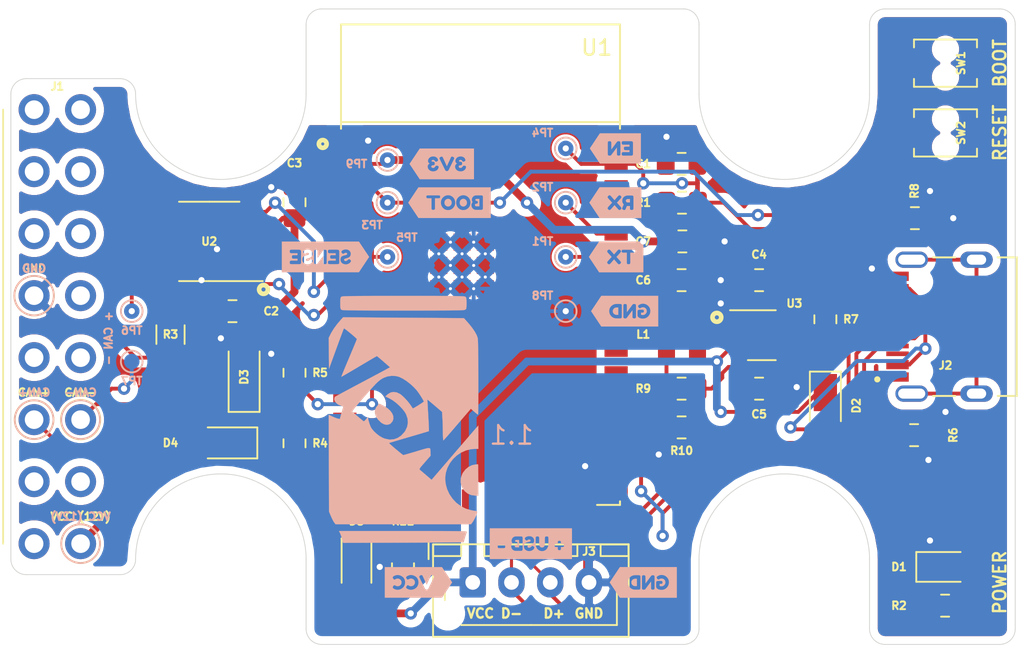
<source format=kicad_pcb>
(kicad_pcb (version 20171130) (host pcbnew "(5.1.6)-1")
  (layers (0 F.Cu signal) (31 B.Cu signal) (34 B.Paste user) (35 F.Paste user) (36 B.SilkS user) (37 F.SilkS user) (38 B.Mask user) (39 F.Mask user) (44 Edge.Cuts user))
  (net 0 "")
  (net 1 GND)
  (net 2 ESP_EN)
  (net 3 +3V3)
  (net 4 "Net-(C4-Pad2)")
  (net 5 "Net-(C4-Pad1)")
  (net 6 VCC)
  (net 7 "Net-(D1-Pad2)")
  (net 8 "Net-(D2-Pad2)")
  (net 9 "Net-(D3-Pad1)")
  (net 10 "Net-(J1-Pad15)")
  (net 11 CAN_L)
  (net 12 "Net-(J1-Pad13)")
  (net 13 "Net-(J1-Pad12)")
  (net 14 "Net-(J1-Pad11)")
  (net 15 "Net-(J1-Pad10)")
  (net 16 "Net-(J1-Pad9)")
  (net 17 "Net-(J1-Pad8)")
  (net 18 "Net-(J1-Pad7)")
  (net 19 CAN_H)
  (net 20 "Net-(J1-Pad5)")
  (net 21 "Net-(J1-Pad3)")
  (net 22 "Net-(J1-Pad2)")
  (net 23 "Net-(J1-Pad1)")
  (net 24 USB_DP)
  (net 25 USB_DN)
  (net 26 "Net-(J2-PadA5)")
  (net 27 "Net-(J2-PadB8)")
  (net 28 "Net-(J2-PadA8)")
  (net 29 "Net-(J2-PadB5)")
  (net 30 "Net-(J2-PadS1)")
  (net 31 VSENSE)
  (net 32 "Net-(R7-Pad1)")
  (net 33 MT_FB)
  (net 34 ESP_BOOT)
  (net 35 "Net-(TP1-Pad1)")
  (net 36 "Net-(TP2-Pad1)")
  (net 37 "Net-(U1-Pad4)")
  (net 38 "Net-(U1-Pad6)")
  (net 39 CAN_RX)
  (net 40 CAN_TX)
  (net 41 "Net-(U1-Pad9)")
  (net 42 "Net-(U1-Pad10)")
  (net 43 "Net-(U1-Pad11)")
  (net 44 "Net-(U1-Pad12)")
  (net 45 "Net-(U1-Pad13)")
  (net 46 "Net-(U1-Pad14)")
  (net 47 "Net-(U1-Pad15)")
  (net 48 "Net-(U1-Pad16)")
  (net 49 "Net-(U1-Pad40)")
  (net 50 "Net-(U1-Pad39)")
  (net 51 "Net-(U1-Pad36)")
  (net 52 "Net-(U1-Pad35)")
  (net 53 "Net-(U1-Pad34)")
  (net 54 "Net-(U1-Pad33)")
  (net 55 "Net-(U1-Pad32)")
  (net 56 "Net-(U1-Pad31)")
  (net 57 "Net-(U1-Pad30)")
  (net 58 "Net-(U1-Pad29)")
  (net 59 "Net-(U1-Pad28)")
  (net 60 "Net-(U1-Pad27)")
  (net 61 "Net-(U1-Pad18)")
  (net 62 "Net-(U1-Pad20)")
  (net 63 "Net-(U1-Pad21)")
  (net 64 "Net-(U1-Pad24)")
  (net 65 "Net-(U1-Pad25)")
  (net 66 "Net-(U2-Pad5)")
  (net 67 "Net-(D5-Pad2)")
  (net 68 LED_PIN)
  (net 69 "Net-(U1-Pad17)")
  (module Resistor_SMD:R_0805_2012Metric_Pad1.15x1.40mm_HandSolder (layer F.Cu) (at 109 126.525 270)
    (fp_text reference R11 (at -2.975 0 180) (layer F.SilkS) (effects (font (size 0.5 0.5) (thickness 0.125))))
    (fp_text value 1.6K)
    (pad 2 smd roundrect (at 1.025 0 270) (size 1.15 1.4) (layers F.Cu F.Paste F.Mask) (roundrect_rratio 0.217391) (net 67 "Net-(D5-Pad2)"))
    (pad 1 smd roundrect (at -1.025 0 270) (size 1.15 1.4) (layers F.Cu F.Paste F.Mask) (roundrect_rratio 0.217391) (net 68 LED_PIN))
  )
  (module LED_SMD:LED_0805_2012Metric_Pad1.15x1.40mm_HandSolder (layer F.Cu) (at 106 126.525 270)
    (fp_text reference D5 (at -2.975 0 180) (layer F.SilkS) (effects (font (size 0.5 0.5) (thickness 0.125))))
    (fp_text value LED)
    (pad 2 smd roundrect (at 1.025 0 270) (size 1.15 1.4) (layers F.Cu F.Paste F.Mask) (roundrect_rratio 0.217391) (net 67 "Net-(D5-Pad2)"))
    (pad 1 smd roundrect (at -1.025 0 270) (size 1.15 1.4) (layers F.Cu F.Paste F.Mask) (roundrect_rratio 0.217391) (net 1 GND))
  )
  (module JGCommonFootprintLibrary:OkayCAN_Silk (layer B.Cu) (at 109 117 180)
    (fp_text reference G*** hide)
    (fp_text value LOGO hide)
  )
  (module label (layer B.Cu) (at 111.5 100.5 180)
    (fp_text reference kibuzzard-615D3B2E hide)
    (fp_text value G*** hide)
  )
  (module label (layer B.Cu) (at 123.3 110 180)
    (fp_text reference kibuzzard-615D34D3 hide)
    (fp_text value G*** hide)
  )
  (module TestPoint:TestPoint_Pad_D1.0mm (layer B.Cu) (at 108 100.25)
    (fp_text reference TP9 (at -2 0.25) (layer B.SilkS) (effects (font (size 0.5 0.5) (thickness 0.125)) (justify mirror)))
    (fp_text value TP_3V3)
    (pad 1 smd circle (at 0 0) (size 1 1) (layers B.Cu B.Mask) (net 3 +3V3))
  )
  (module TestPoint:TestPoint_Pad_D1.0mm (layer B.Cu) (at 119.5 110)
    (fp_text reference TP8 (at -1.5 -1) (layer B.SilkS) (effects (font (size 0.5 0.5) (thickness 0.125)) (justify mirror)))
    (fp_text value TP_GND)
    (pad 1 smd circle (at 0 0) (size 1 1) (layers B.Cu B.Mask) (net 1 GND))
  )
  (module label (layer B.Cu) (at 117.25 125 180)
    (fp_text reference kibuzzard-615D3669 hide)
    (fp_text value G*** hide)
  )
  (module label (layer B.Cu) (at 104 106.5 180)
    (fp_text reference kibuzzard-615D361C hide)
    (fp_text value G*** hide)
  )
  (module label (layer B.Cu) (at 110 127.5 180)
    (fp_text reference kibuzzard-615D34DF hide)
    (fp_text value G*** hide)
  )
  (module label (layer B.Cu) (at 124.5 127.5 180)
    (fp_text reference kibuzzard-615D34D3 hide)
    (fp_text value G*** hide)
  )
  (module label (layer B.Cu) (at 112 103 180)
    (fp_text reference kibuzzard-615D34C8 hide)
    (fp_text value G*** hide)
  )
  (module label (layer B.Cu) (at 122.75 106.5 180)
    (fp_text reference kibuzzard-615D34B9 hide)
    (fp_text value G*** hide)
  )
  (module label (layer B.Cu) (at 122.7 103 180)
    (fp_text reference kibuzzard-615D34B0 hide)
    (fp_text value G*** hide)
  )
  (module label (layer B.Cu) (at 122.7 99.5 180)
    (fp_text reference kibuzzard-615D34A6 hide)
    (fp_text value G*** hide)
  )
  (module TestPoint:TestPoint_Pad_D1.0mm (layer B.Cu) (at 119.5 99.5)
    (fp_text reference TP4 (at -1.5 -1) (layer B.SilkS) (effects (font (size 0.5 0.5) (thickness 0.125)) (justify mirror)))
    (fp_text value TP_RESET)
    (pad 1 smd circle (at 0 0) (size 1 1) (layers B.Cu B.Mask) (net 2 ESP_EN))
  )
  (module TestPoint:TestPoint_Pad_D1.0mm (layer B.Cu) (at 108 103)
    (fp_text reference TP3 (at -1 1.448) (layer B.SilkS) (effects (font (size 0.5 0.5) (thickness 0.125)) (justify mirror)))
    (fp_text value TP_BOOT)
    (pad 1 smd circle (at 0 0) (size 1 1) (layers B.Cu B.Mask) (net 34 ESP_BOOT))
  )
  (module TestPoint:TestPoint_Pad_D1.0mm (layer B.Cu) (at 91.5 113.25)
    (fp_text reference TP7 (at 0 1.25) (layer B.SilkS) (effects (font (size 0.5 0.5) (thickness 0.125)) (justify mirror)))
    (fp_text value TP_CANL)
    (pad 1 smd circle (at 0 0) (size 1 1) (layers B.Cu B.Mask) (net 11 CAN_L))
  )
  (module TestPoint:TestPoint_Pad_D1.0mm (layer B.Cu) (at 91.5 110)
    (fp_text reference TP6 (at 0 1.25) (layer B.SilkS) (effects (font (size 0.5 0.5) (thickness 0.125)) (justify mirror)))
    (fp_text value TP_CANH)
    (pad 1 smd circle (at 0 0) (size 1 1) (layers B.Cu B.Mask) (net 19 CAN_H))
  )
  (module TestPoint:TestPoint_Pad_D1.0mm (layer B.Cu) (at 108 106.5)
    (fp_text reference TP5 (at 1.25 -1.25) (layer B.SilkS) (effects (font (size 0.5 0.5) (thickness 0.125)) (justify mirror)))
    (fp_text value TP_SENSE)
    (pad 1 smd circle (at 0 0) (size 1 1) (layers B.Cu B.Mask) (net 31 VSENSE))
  )
  (module TestPoint:TestPoint_Pad_D1.0mm (layer B.Cu) (at 119.5 103)
    (fp_text reference TP2 (at -1.5 -1) (layer B.SilkS) (effects (font (size 0.5 0.5) (thickness 0.125)) (justify mirror)))
    (fp_text value TP_RX)
    (pad 1 smd circle (at 0 0) (size 1 1) (layers B.Cu B.Mask) (net 36 "Net-(TP2-Pad1)"))
  )
  (module TestPoint:TestPoint_Pad_D1.0mm (layer B.Cu) (at 119.5 106.5)
    (fp_text reference TP1 (at -1.5 -1) (layer B.SilkS) (effects (font (size 0.5 0.5) (thickness 0.125)) (justify mirror)))
    (fp_text value TP_TX)
    (pad 1 smd circle (at 0 0) (size 1 1) (layers B.Cu B.Mask) (net 35 "Net-(TP1-Pad1)"))
  )
  (module Package_TO_SOT_SMD:SOT-23-6_Handsoldering (layer F.Cu) (at 132.15 111.55)
    (fp_text reference U3 (at 2.1 -2.05) (layer F.SilkS) (effects (font (size 0.5 0.5) (thickness 0.125))))
    (fp_text value MT1470)
    (pad 5 smd rect (at 1.35 0) (size 1.56 0.65) (layers F.Cu F.Paste F.Mask) (net 32 "Net-(R7-Pad1)"))
    (pad 6 smd rect (at 1.35 -0.95) (size 1.56 0.65) (layers F.Cu F.Paste F.Mask) (net 4 "Net-(C4-Pad2)"))
    (pad 4 smd rect (at 1.35 0.95) (size 1.56 0.65) (layers F.Cu F.Paste F.Mask) (net 33 MT_FB))
    (pad 3 smd rect (at -1.35 0.95) (size 1.56 0.65) (layers F.Cu F.Paste F.Mask) (net 6 VCC))
    (pad 2 smd rect (at -1.35 0) (size 1.56 0.65) (layers F.Cu F.Paste F.Mask) (net 5 "Net-(C4-Pad1)"))
    (pad 1 smd rect (at -1.35 -0.95) (size 1.56 0.65) (layers F.Cu F.Paste F.Mask) (net 1 GND))
  )
  (module Package_SO:SOIC-8_3.9x4.9mm_P1.27mm (layer F.Cu) (at 96.5 105.5 180)
    (fp_text reference U2 (at 0 0) (layer F.SilkS) (effects (font (size 0.5 0.5) (thickness 0.125))))
    (fp_text value SN65HVD230)
    (pad 8 smd roundrect (at 2.475 -1.905 180) (size 1.95 0.6) (layers F.Cu F.Paste F.Mask) (net 1 GND))
    (pad 7 smd roundrect (at 2.475 -0.635 180) (size 1.95 0.6) (layers F.Cu F.Paste F.Mask) (net 19 CAN_H))
    (pad 6 smd roundrect (at 2.475 0.635 180) (size 1.95 0.6) (layers F.Cu F.Paste F.Mask) (net 11 CAN_L))
    (pad 5 smd roundrect (at 2.475 1.905 180) (size 1.95 0.6) (layers F.Cu F.Paste F.Mask) (net 66 "Net-(U2-Pad5)"))
    (pad 4 smd roundrect (at -2.475 1.905 180) (size 1.95 0.6) (layers F.Cu F.Paste F.Mask) (net 39 CAN_RX))
    (pad 3 smd roundrect (at -2.475 0.635 180) (size 1.95 0.6) (layers F.Cu F.Paste F.Mask) (net 3 +3V3))
    (pad 2 smd roundrect (at -2.475 -0.635 180) (size 1.95 0.6) (layers F.Cu F.Paste F.Mask) (net 1 GND))
    (pad 1 smd roundrect (at -2.475 -1.905 180) (size 1.95 0.6) (layers F.Cu F.Paste F.Mask) (net 40 CAN_TX))
  )
  (module JGCommonFootprintLibrary:XCVR_ESP32-S2-WROOM (layer F.Cu) (at 114 107)
    (fp_text reference U1 (at 7.5 -14) (layer F.SilkS))
    (fp_text value ESP32-S2-WROOM)
    (pad 43.1 smd rect (at -1.19 0.05) (size 1.1 1.1) (layers F.Cu F.Paste F.Mask) (net 1 GND))
    (pad 1 smd rect (at -8.75 -8) (size 1.5 0.9) (layers F.Cu F.Paste F.Mask) (net 1 GND))
    (pad 2 smd rect (at -8.75 -6.5) (size 1.5 0.9) (layers F.Cu F.Paste F.Mask) (net 3 +3V3))
    (pad 3 smd rect (at -8.75 -5) (size 1.5 0.9) (layers F.Cu F.Paste F.Mask) (net 34 ESP_BOOT))
    (pad 4 smd rect (at -8.75 -3.5) (size 1.5 0.9) (layers F.Cu F.Paste F.Mask) (net 37 "Net-(U1-Pad4)"))
    (pad 5 smd rect (at -8.75 -2) (size 1.5 0.9) (layers F.Cu F.Paste F.Mask) (net 31 VSENSE))
    (pad 6 smd rect (at -8.75 -0.5) (size 1.5 0.9) (layers F.Cu F.Paste F.Mask) (net 38 "Net-(U1-Pad6)"))
    (pad 7 smd rect (at -8.75 1) (size 1.5 0.9) (layers F.Cu F.Paste F.Mask) (net 39 CAN_RX))
    (pad 8 smd rect (at -8.75 2.5) (size 1.5 0.9) (layers F.Cu F.Paste F.Mask) (net 40 CAN_TX))
    (pad 9 smd rect (at -8.75 4) (size 1.5 0.9) (layers F.Cu F.Paste F.Mask) (net 41 "Net-(U1-Pad9)"))
    (pad 10 smd rect (at -8.75 5.5) (size 1.5 0.9) (layers F.Cu F.Paste F.Mask) (net 42 "Net-(U1-Pad10)"))
    (pad 11 smd rect (at -8.75 7) (size 1.5 0.9) (layers F.Cu F.Paste F.Mask) (net 43 "Net-(U1-Pad11)"))
    (pad 12 smd rect (at -8.75 8.5) (size 1.5 0.9) (layers F.Cu F.Paste F.Mask) (net 44 "Net-(U1-Pad12)"))
    (pad 13 smd rect (at -8.75 10) (size 1.5 0.9) (layers F.Cu F.Paste F.Mask) (net 45 "Net-(U1-Pad13)"))
    (pad 14 smd rect (at -8.75 11.5) (size 1.5 0.9) (layers F.Cu F.Paste F.Mask) (net 46 "Net-(U1-Pad14)"))
    (pad 15 smd rect (at -8.75 13) (size 1.5 0.9) (layers F.Cu F.Paste F.Mask) (net 47 "Net-(U1-Pad15)"))
    (pad 16 smd rect (at -8.75 14.5) (size 1.5 0.9) (layers F.Cu F.Paste F.Mask) (net 48 "Net-(U1-Pad16)"))
    (pad 42 smd rect (at 8.75 -8) (size 1.5 0.9) (layers F.Cu F.Paste F.Mask) (net 1 GND))
    (pad 41 smd rect (at 8.75 -6.5) (size 1.5 0.9) (layers F.Cu F.Paste F.Mask) (net 2 ESP_EN))
    (pad 40 smd rect (at 8.75 -5) (size 1.5 0.9) (layers F.Cu F.Paste F.Mask) (net 49 "Net-(U1-Pad40)"))
    (pad 39 smd rect (at 8.75 -3.5) (size 1.5 0.9) (layers F.Cu F.Paste F.Mask) (net 50 "Net-(U1-Pad39)"))
    (pad 38 smd rect (at 8.75 -2) (size 1.5 0.9) (layers F.Cu F.Paste F.Mask) (net 36 "Net-(TP2-Pad1)"))
    (pad 37 smd rect (at 8.75 -0.5) (size 1.5 0.9) (layers F.Cu F.Paste F.Mask) (net 35 "Net-(TP1-Pad1)"))
    (pad 36 smd rect (at 8.75 1) (size 1.5 0.9) (layers F.Cu F.Paste F.Mask) (net 51 "Net-(U1-Pad36)"))
    (pad 35 smd rect (at 8.75 2.5) (size 1.5 0.9) (layers F.Cu F.Paste F.Mask) (net 52 "Net-(U1-Pad35)"))
    (pad 34 smd rect (at 8.75 4) (size 1.5 0.9) (layers F.Cu F.Paste F.Mask) (net 53 "Net-(U1-Pad34)"))
    (pad 33 smd rect (at 8.75 5.5) (size 1.5 0.9) (layers F.Cu F.Paste F.Mask) (net 54 "Net-(U1-Pad33)"))
    (pad 32 smd rect (at 8.75 7) (size 1.5 0.9) (layers F.Cu F.Paste F.Mask) (net 55 "Net-(U1-Pad32)"))
    (pad 31 smd rect (at 8.75 8.5) (size 1.5 0.9) (layers F.Cu F.Paste F.Mask) (net 56 "Net-(U1-Pad31)"))
    (pad 30 smd rect (at 8.75 10) (size 1.5 0.9) (layers F.Cu F.Paste F.Mask) (net 57 "Net-(U1-Pad30)"))
    (pad 29 smd rect (at 8.75 11.5) (size 1.5 0.9) (layers F.Cu F.Paste F.Mask) (net 58 "Net-(U1-Pad29)"))
    (pad 28 smd rect (at 8.75 13) (size 1.5 0.9) (layers F.Cu F.Paste F.Mask) (net 59 "Net-(U1-Pad28)"))
    (pad 27 smd rect (at 8.75 14.5) (size 1.5 0.9) (layers F.Cu F.Paste F.Mask) (net 60 "Net-(U1-Pad27)"))
    (pad 17 smd rect (at -6.75 15.25) (size 0.9 1.5) (layers F.Cu F.Paste F.Mask) (net 69 "Net-(U1-Pad17)"))
    (pad 18 smd rect (at -5.25 15.25) (size 0.9 1.5) (layers F.Cu F.Paste F.Mask) (net 61 "Net-(U1-Pad18)"))
    (pad 19 smd rect (at -3.75 15.25) (size 0.9 1.5) (layers F.Cu F.Paste F.Mask) (net 68 LED_PIN))
    (pad 20 smd rect (at -2.25 15.25) (size 0.9 1.5) (layers F.Cu F.Paste F.Mask) (net 62 "Net-(U1-Pad20)"))
    (pad 21 smd rect (at -0.75 15.25) (size 0.9 1.5) (layers F.Cu F.Paste F.Mask) (net 63 "Net-(U1-Pad21)"))
    (pad 22 smd rect (at 0.75 15.25) (size 0.9 1.5) (layers F.Cu F.Paste F.Mask) (net 25 USB_DN))
    (pad 23 smd rect (at 2.25 15.25) (size 0.9 1.5) (layers F.Cu F.Paste F.Mask) (net 24 USB_DP))
    (pad 24 smd rect (at 3.75 15.25) (size 0.9 1.5) (layers F.Cu F.Paste F.Mask) (net 64 "Net-(U1-Pad24)"))
    (pad 25 smd rect (at 5.25 15.25) (size 0.9 1.5) (layers F.Cu F.Paste F.Mask) (net 65 "Net-(U1-Pad25)"))
    (pad 26 smd rect (at 6.75 15.25) (size 0.9 1.5) (layers F.Cu F.Paste F.Mask) (net 1 GND))
    (pad 43.2 smd rect (at -2.69 0.05) (size 1.1 1.1) (layers F.Cu F.Paste F.Mask) (net 1 GND))
    (pad 43.3 smd rect (at 0.31 0.05) (size 1.1 1.1) (layers F.Cu F.Paste F.Mask) (net 1 GND))
    (pad 43.4 smd rect (at -2.69 1.55) (size 1.1 1.1) (layers F.Cu F.Paste F.Mask) (net 1 GND))
    (pad 43.5 smd rect (at -1.19 1.55) (size 1.1 1.1) (layers F.Cu F.Paste F.Mask) (net 1 GND))
    (pad 43.6 smd rect (at 0.31 1.55) (size 1.1 1.1) (layers F.Cu F.Paste F.Mask) (net 1 GND))
    (pad 43.7 smd rect (at -2.69 -1.45) (size 1.1 1.1) (layers F.Cu F.Paste F.Mask) (net 1 GND))
    (pad 43.8 smd rect (at -1.19 -1.45) (size 1.1 1.1) (layers F.Cu F.Paste F.Mask) (net 1 GND))
    (pad 43.9 smd rect (at 0.31 -1.45) (size 1.1 1.1) (layers F.Cu F.Paste F.Mask) (net 1 GND))
    (pad 43.10 thru_hole circle (at -1.19 -0.7) (size 0.4 0.4) (drill 0.2) (layers *.Cu *.Mask) (net 1 GND))
    (pad 43.11 thru_hole circle (at -2.69 -0.7) (size 0.4 0.4) (drill 0.2) (layers *.Cu *.Mask) (net 1 GND))
    (pad 43.12 thru_hole circle (at 0.31 -0.7) (size 0.4 0.4) (drill 0.2) (layers *.Cu *.Mask) (net 1 GND))
    (pad 43.13 thru_hole circle (at -2.69 0.8) (size 0.4 0.4) (drill 0.2) (layers *.Cu *.Mask) (net 1 GND))
    (pad 43.14 thru_hole circle (at -1.19 0.8) (size 0.4 0.4) (drill 0.2) (layers *.Cu *.Mask) (net 1 GND))
    (pad 43.15 thru_hole circle (at 0.31 0.8) (size 0.4 0.4) (drill 0.2) (layers *.Cu *.Mask) (net 1 GND))
    (pad 43.16 thru_hole circle (at -1.94 -1.45) (size 0.4 0.4) (drill 0.2) (layers *.Cu *.Mask) (net 1 GND))
    (pad 43.17 thru_hole circle (at -0.44 -1.45) (size 0.4 0.4) (drill 0.2) (layers *.Cu *.Mask) (net 1 GND))
    (pad 43.18 thru_hole circle (at -1.94 0.05) (size 0.4 0.4) (drill 0.2) (layers *.Cu *.Mask) (net 1 GND))
    (pad 43.19 thru_hole circle (at -0.44 0.05) (size 0.4 0.4) (drill 0.2) (layers *.Cu *.Mask) (net 1 GND))
    (pad 43.20 thru_hole circle (at -1.94 1.55) (size 0.4 0.4) (drill 0.2) (layers *.Cu *.Mask) (net 1 GND))
    (pad 43.21 thru_hole circle (at -0.44 1.55) (size 0.4 0.4) (drill 0.2) (layers *.Cu *.Mask) (net 1 GND))
  )
  (module JGCommonFootprintLibrary:HRO-K2-1807 (layer F.Cu) (at 144 98.5)
    (fp_text reference SW2 (at 1 0 90) (layer F.SilkS) (effects (font (size 0.5 0.5) (thickness 0.125))))
    (fp_text value SW_Push)
    (pad 1 smd rect (at -2.1 0) (size 0.8 1.8) (layers F.Cu F.Paste F.Mask) (net 2 ESP_EN))
    (pad 2 smd rect (at 2.1 0) (size 0.8 1.8) (layers F.Cu F.Paste F.Mask) (net 1 GND))
    (pad "" np_thru_hole circle (at 0 0.9) (size 0.75 0.75) (drill 0.75) (layers *.Cu *.Mask))
    (pad "" np_thru_hole circle (at 0 -0.9) (size 0.75 0.75) (drill 0.75) (layers *.Cu *.Mask))
  )
  (module JGCommonFootprintLibrary:HRO-K2-1807 (layer F.Cu) (at 144 94)
    (fp_text reference SW1 (at 1 0 90) (layer F.SilkS) (effects (font (size 0.5 0.5) (thickness 0.125))))
    (fp_text value SW_Push)
    (pad 1 smd rect (at -2.1 0) (size 0.8 1.8) (layers F.Cu F.Paste F.Mask) (net 34 ESP_BOOT))
    (pad 2 smd rect (at 2.1 0) (size 0.8 1.8) (layers F.Cu F.Paste F.Mask) (net 1 GND))
    (pad "" np_thru_hole circle (at 0 0.9) (size 0.75 0.75) (drill 0.75) (layers *.Cu *.Mask))
    (pad "" np_thru_hole circle (at 0 -0.9) (size 0.75 0.75) (drill 0.75) (layers *.Cu *.Mask))
  )
  (module Resistor_SMD:R_0805_2012Metric_Pad1.15x1.40mm_HandSolder (layer F.Cu) (at 126.975 117.5)
    (fp_text reference R10 (at 0 1.5) (layer F.SilkS) (effects (font (size 0.5 0.5) (thickness 0.125))))
    (fp_text value 31.6K)
    (pad 2 smd roundrect (at 1.025 0) (size 1.15 1.4) (layers F.Cu F.Paste F.Mask) (roundrect_rratio 0.217391) (net 33 MT_FB))
    (pad 1 smd roundrect (at -1.025 0) (size 1.15 1.4) (layers F.Cu F.Paste F.Mask) (roundrect_rratio 0.217391) (net 1 GND))
  )
  (module Resistor_SMD:R_0805_2012Metric_Pad1.15x1.40mm_HandSolder (layer F.Cu) (at 126.975 115 180)
    (fp_text reference R9 (at 2.475 0) (layer F.SilkS) (effects (font (size 0.5 0.5) (thickness 0.125))))
    (fp_text value 100K)
    (pad 2 smd roundrect (at 1.025 0 180) (size 1.15 1.4) (layers F.Cu F.Paste F.Mask) (roundrect_rratio 0.217391) (net 3 +3V3))
    (pad 1 smd roundrect (at -1.025 0 180) (size 1.15 1.4) (layers F.Cu F.Paste F.Mask) (roundrect_rratio 0.217391) (net 33 MT_FB))
  )
  (module Resistor_SMD:R_0805_2012Metric_Pad1.15x1.40mm_HandSolder (layer F.Cu) (at 142.025 104 180)
    (fp_text reference R8 (at 0.025 1.75 270) (layer F.SilkS) (effects (font (size 0.5 0.5) (thickness 0.125))))
    (fp_text value 5.1K)
    (pad 2 smd roundrect (at 1.025 0 180) (size 1.15 1.4) (layers F.Cu F.Paste F.Mask) (roundrect_rratio 0.217391) (net 29 "Net-(J2-PadB5)"))
    (pad 1 smd roundrect (at -1.025 0 180) (size 1.15 1.4) (layers F.Cu F.Paste F.Mask) (roundrect_rratio 0.217391) (net 1 GND))
  )
  (module Resistor_SMD:R_0805_2012Metric_Pad1.15x1.40mm_HandSolder (layer F.Cu) (at 136.25 110.525 270)
    (fp_text reference R7 (at 0 -1.65 180) (layer F.SilkS) (effects (font (size 0.5 0.5) (thickness 0.125))))
    (fp_text value 100K)
    (pad 2 smd roundrect (at 1.025 0 270) (size 1.15 1.4) (layers F.Cu F.Paste F.Mask) (roundrect_rratio 0.217391) (net 6 VCC))
    (pad 1 smd roundrect (at -1.025 0 270) (size 1.15 1.4) (layers F.Cu F.Paste F.Mask) (roundrect_rratio 0.217391) (net 32 "Net-(R7-Pad1)"))
  )
  (module Resistor_SMD:R_0805_2012Metric_Pad1.15x1.40mm_HandSolder (layer F.Cu) (at 141.975 118 180)
    (fp_text reference R6 (at -2.525 0 270) (layer F.SilkS) (effects (font (size 0.5 0.5) (thickness 0.125))))
    (fp_text value 5.1K)
    (pad 2 smd roundrect (at 1.025 0 180) (size 1.15 1.4) (layers F.Cu F.Paste F.Mask) (roundrect_rratio 0.217391) (net 26 "Net-(J2-PadA5)"))
    (pad 1 smd roundrect (at -1.025 0 180) (size 1.15 1.4) (layers F.Cu F.Paste F.Mask) (roundrect_rratio 0.217391) (net 1 GND))
  )
  (module Resistor_SMD:R_0805_2012Metric_Pad1.15x1.40mm_HandSolder (layer F.Cu) (at 102 113.975 270)
    (fp_text reference R5 (at 0 -1.65 180) (layer F.SilkS) (effects (font (size 0.5 0.5) (thickness 0.125))))
    (fp_text value 1.6K)
    (pad 2 smd roundrect (at 1.025 0 270) (size 1.15 1.4) (layers F.Cu F.Paste F.Mask) (roundrect_rratio 0.217391) (net 31 VSENSE))
    (pad 1 smd roundrect (at -1.025 0 270) (size 1.15 1.4) (layers F.Cu F.Paste F.Mask) (roundrect_rratio 0.217391) (net 1 GND))
  )
  (module Resistor_SMD:R_0805_2012Metric_Pad1.15x1.40mm_HandSolder (layer F.Cu) (at 102 118.525 270)
    (fp_text reference R4 (at 0 -1.65 180) (layer F.SilkS) (effects (font (size 0.5 0.5) (thickness 0.125))))
    (fp_text value 10K)
    (pad 2 smd roundrect (at 1.025 0 270) (size 1.15 1.4) (layers F.Cu F.Paste F.Mask) (roundrect_rratio 0.217391) (net 6 VCC))
    (pad 1 smd roundrect (at -1.025 0 270) (size 1.15 1.4) (layers F.Cu F.Paste F.Mask) (roundrect_rratio 0.217391) (net 31 VSENSE))
  )
  (module Resistor_SMD:R_1206_3216Metric_Pad1.42x1.75mm_HandSolder (layer F.Cu) (at 94 111.5125 270)
    (fp_text reference R3 (at -0.0125 0 180) (layer F.SilkS) (effects (font (size 0.5 0.5) (thickness 0.125))))
    (fp_text value 120R)
    (pad 2 smd roundrect (at 1.4875 0 270) (size 1.425 1.75) (layers F.Cu F.Paste F.Mask) (roundrect_rratio 0.175439) (net 11 CAN_L))
    (pad 1 smd roundrect (at -1.4875 0 270) (size 1.425 1.75) (layers F.Cu F.Paste F.Mask) (roundrect_rratio 0.175439) (net 19 CAN_H))
  )
  (module Resistor_SMD:R_0805_2012Metric_Pad1.15x1.40mm_HandSolder (layer F.Cu) (at 143.975 129)
    (fp_text reference R2 (at -2.975 0) (layer F.SilkS) (effects (font (size 0.5 0.5) (thickness 0.125))))
    (fp_text value 1.6K)
    (pad 2 smd roundrect (at 1.025 0) (size 1.15 1.4) (layers F.Cu F.Paste F.Mask) (roundrect_rratio 0.217391) (net 7 "Net-(D1-Pad2)"))
    (pad 1 smd roundrect (at -1.025 0) (size 1.15 1.4) (layers F.Cu F.Paste F.Mask) (roundrect_rratio 0.217391) (net 3 +3V3))
  )
  (module Resistor_SMD:R_0805_2012Metric_Pad1.15x1.40mm_HandSolder (layer F.Cu) (at 127 103 180)
    (fp_text reference R1 (at 2.5 0) (layer F.SilkS) (effects (font (size 0.5 0.5) (thickness 0.125))))
    (fp_text value 10K)
    (pad 2 smd roundrect (at 1.025 0 180) (size 1.15 1.4) (layers F.Cu F.Paste F.Mask) (roundrect_rratio 0.217391) (net 3 +3V3))
    (pad 1 smd roundrect (at -1.025 0 180) (size 1.15 1.4) (layers F.Cu F.Paste F.Mask) (roundrect_rratio 0.217391) (net 2 ESP_EN))
  )
  (module JGCommonFootprintLibrary:CHILSIN-LVF303012 (layer F.Cu) (at 127 111.5 90)
    (fp_text reference L1 (at 0 -2.5 180) (layer F.SilkS) (effects (font (size 0.5 0.5) (thickness 0.125))))
    (fp_text value 10uH)
    (pad 2 smd rect (at 0 1 90) (size 3.2 1.1) (layers F.Cu F.Paste F.Mask) (net 5 "Net-(C4-Pad1)"))
    (pad 1 smd rect (at 0 -1 90) (size 3.2 1.1) (layers F.Cu F.Paste F.Mask) (net 3 +3V3))
  )
  (module Connector_JST:JST_XH_B4B-XH-AM_1x04_P2.50mm_Vertical (layer F.Cu) (at 113.5 127.5)
    (fp_text reference J3 (at 7.5 -2) (layer F.SilkS) (effects (font (size 0.5 0.5) (thickness 0.125))))
    (fp_text value Conn_01x04)
    (pad "" np_thru_hole circle (at -1.6 2) (size 1.2 1.2) (drill 1.2) (layers *.Cu *.Mask))
    (pad 4 thru_hole oval (at 7.5 0) (size 1.7 1.95) (drill 0.95) (layers *.Cu *.Mask) (net 1 GND))
    (pad 3 thru_hole oval (at 5 0) (size 1.7 1.95) (drill 0.95) (layers *.Cu *.Mask) (net 24 USB_DP))
    (pad 2 thru_hole oval (at 2.5 0) (size 1.7 1.95) (drill 0.95) (layers *.Cu *.Mask) (net 25 USB_DN))
    (pad 1 thru_hole roundrect (at 0 0) (size 1.7 1.95) (drill 0.95) (layers *.Cu *.Mask) (roundrect_rratio 0.147059) (net 6 VCC))
  )
  (module JGCommonFootprintLibrary:HRO_TYPE-C-31-M-12 (layer F.Cu) (at 146 111 90)
    (fp_text reference J2 (at -2.5 -2 180) (layer F.SilkS) (effects (font (size 0.5 0.5) (thickness 0.125))))
    (fp_text value TYPE-C-31-M-12)
    (pad A1B12 smd rect (at -3.25 -5.095 90) (size 0.6 1.45) (layers F.Cu F.Paste F.Mask) (net 1 GND))
    (pad A4B9 smd rect (at -2.45 -5.095 90) (size 0.6 1.45) (layers F.Cu F.Paste F.Mask) (net 8 "Net-(D2-Pad2)"))
    (pad A6 smd rect (at -0.25 -5.095 90) (size 0.3 1.45) (layers F.Cu F.Paste F.Mask) (net 24 USB_DP))
    (pad B7 smd rect (at -0.75 -5.095 90) (size 0.3 1.45) (layers F.Cu F.Paste F.Mask) (net 25 USB_DN))
    (pad A5 smd rect (at -1.25 -5.095 90) (size 0.3 1.45) (layers F.Cu F.Paste F.Mask) (net 26 "Net-(J2-PadA5)"))
    (pad B8 smd rect (at -1.75 -5.095 90) (size 0.3 1.45) (layers F.Cu F.Paste F.Mask) (net 27 "Net-(J2-PadB8)"))
    (pad A7 smd rect (at 0.25 -5.095 90) (size 0.3 1.45) (layers F.Cu F.Paste F.Mask) (net 25 USB_DN))
    (pad B6 smd rect (at 0.75 -5.095 90) (size 0.3 1.45) (layers F.Cu F.Paste F.Mask) (net 24 USB_DP))
    (pad A8 smd rect (at 1.25 -5.095 90) (size 0.3 1.45) (layers F.Cu F.Paste F.Mask) (net 28 "Net-(J2-PadA8)"))
    (pad B5 smd rect (at 1.75 -5.095 90) (size 0.3 1.45) (layers F.Cu F.Paste F.Mask) (net 29 "Net-(J2-PadB5)"))
    (pad B4A9 smd rect (at 2.45 -5.095 90) (size 0.6 1.45) (layers F.Cu F.Paste F.Mask) (net 8 "Net-(D2-Pad2)"))
    (pad B1A12 smd rect (at 3.25 -5.095 90) (size 0.6 1.45) (layers F.Cu F.Paste F.Mask) (net 1 GND))
    (pad S1 thru_hole oval (at -4.32 -4.18 90) (size 1.05 2.1) (drill oval 0.65 1.75) (layers *.Cu *.Mask) (net 30 "Net-(J2-PadS1)"))
    (pad S2 thru_hole oval (at 4.32 -4.18 90) (size 1.05 2.1) (drill oval 0.65 1.75) (layers *.Cu *.Mask) (net 30 "Net-(J2-PadS1)"))
    (pad S3 thru_hole oval (at -4.32 0 90) (size 1.05 2.1) (drill oval 0.65 1.25) (layers *.Cu *.Mask) (net 30 "Net-(J2-PadS1)"))
    (pad S4 thru_hole oval (at 4.32 0 90) (size 1.05 2.1) (drill oval 0.65 1.25) (layers *.Cu *.Mask) (net 30 "Net-(J2-PadS1)"))
    (pad None np_thru_hole circle (at -2.89 -3.65 90) (size 0.7 0.7) (drill 0.7) (layers *.Cu *.Mask))
    (pad None np_thru_hole circle (at 2.89 -3.65 90) (size 0.7 0.7) (drill 0.7) (layers *.Cu *.Mask))
  )
  (module JGCommonFootprintLibrary:OBD-Male (layer F.Cu) (at 88.2 111 270)
    (fp_text reference J1 (at -15.5 1.5 180) (layer F.SilkS) (effects (font (size 0.5 0.5) (thickness 0.125))))
    (fp_text value OBD2_Connector)
    (pad 16 thru_hole circle (at 14 0 270) (size 2 2) (drill 1.2) (layers *.Cu *.Mask) (net 9 "Net-(D3-Pad1)"))
    (pad 15 thru_hole circle (at 10 0 270) (size 2 2) (drill 1.2) (layers *.Cu *.Mask) (net 10 "Net-(J1-Pad15)"))
    (pad 14 thru_hole circle (at 6 0 270) (size 2 2) (drill 1.2) (layers *.Cu *.Mask) (net 11 CAN_L))
    (pad 13 thru_hole circle (at 2 0 270) (size 2 2) (drill 1.2) (layers *.Cu *.Mask) (net 12 "Net-(J1-Pad13)"))
    (pad 12 thru_hole circle (at -2 0 270) (size 2 2) (drill 1.2) (layers *.Cu *.Mask) (net 13 "Net-(J1-Pad12)"))
    (pad 11 thru_hole circle (at -6 0 270) (size 2 2) (drill 1.2) (layers *.Cu *.Mask) (net 14 "Net-(J1-Pad11)"))
    (pad 10 thru_hole circle (at -10 0 270) (size 2 2) (drill 1.2) (layers *.Cu *.Mask) (net 15 "Net-(J1-Pad10)"))
    (pad 9 thru_hole circle (at -14 0 270) (size 2 2) (drill 1.2) (layers *.Cu *.Mask) (net 16 "Net-(J1-Pad9)"))
    (pad 8 thru_hole circle (at 14 3 270) (size 2 2) (drill 1.2) (layers *.Cu *.Mask) (net 17 "Net-(J1-Pad8)"))
    (pad 7 thru_hole circle (at 10 3 270) (size 2 2) (drill 1.2) (layers *.Cu *.Mask) (net 18 "Net-(J1-Pad7)"))
    (pad 6 thru_hole circle (at 6 3 270) (size 2 2) (drill 1.2) (layers *.Cu *.Mask) (net 19 CAN_H))
    (pad 5 thru_hole circle (at 2 3 270) (size 2 2) (drill 1.2) (layers *.Cu *.Mask) (net 20 "Net-(J1-Pad5)"))
    (pad 4 thru_hole circle (at -2 3 270) (size 2 2) (drill 1.2) (layers *.Cu *.Mask) (net 1 GND))
    (pad 3 thru_hole circle (at -6 3 270) (size 2 2) (drill 1.2) (layers *.Cu *.Mask) (net 21 "Net-(J1-Pad3)"))
    (pad 2 thru_hole circle (at -10 3 270) (size 2 2) (drill 1.2) (layers *.Cu *.Mask) (net 22 "Net-(J1-Pad2)"))
    (pad 1 thru_hole circle (at -14 3 270) (size 2 2) (drill 1.2) (layers *.Cu *.Mask) (net 23 "Net-(J1-Pad1)"))
  )
  (module Diode_SMD:D_PowerDI-123 (layer F.Cu) (at 97.4 118.5 180)
    (fp_text reference D4 (at 3.4 0) (layer F.SilkS) (effects (font (size 0.5 0.5) (thickness 0.125))))
    (fp_text value DFLS130L)
    (pad 2 smd rect (at 1.525 0) (size 1.05 1.5) (layers F.Cu F.Paste F.Mask) (net 9 "Net-(D3-Pad1)"))
    (pad 1 smd rect (at -0.85 0) (size 2.4 1.5) (layers F.Cu F.Paste F.Mask) (net 6 VCC))
  )
  (module Diode_SMD:D_SOD-123 (layer F.Cu) (at 98.75 114.25 90)
    (fp_text reference D3 (at 0 0 90) (layer F.SilkS) (effects (font (size 0.5 0.5) (thickness 0.125))))
    (fp_text value MMSZ5254C-E3-08)
    (pad 2 smd rect (at 1.65 0 90) (size 0.9 1.2) (layers F.Cu F.Paste F.Mask) (net 1 GND))
    (pad 1 smd rect (at -1.65 0 90) (size 0.9 1.2) (layers F.Cu F.Paste F.Mask) (net 9 "Net-(D3-Pad1)"))
  )
  (module Diode_SMD:D_PowerDI-123 (layer F.Cu) (at 136.25 116.1 270)
    (fp_text reference D2 (at 0 -2 90) (layer F.SilkS) (effects (font (size 0.5 0.5) (thickness 0.125))))
    (fp_text value DFLS130L)
    (pad 2 smd rect (at 1.525 0 90) (size 1.05 1.5) (layers F.Cu F.Paste F.Mask) (net 8 "Net-(D2-Pad2)"))
    (pad 1 smd rect (at -0.85 0 90) (size 2.4 1.5) (layers F.Cu F.Paste F.Mask) (net 6 VCC))
  )
  (module LED_SMD:LED_0805_2012Metric_Pad1.15x1.40mm_HandSolder (layer F.Cu) (at 143.975 126.5)
    (fp_text reference D1 (at -2.975 0) (layer F.SilkS) (effects (font (size 0.5 0.5) (thickness 0.125))))
    (fp_text value LED)
    (pad 2 smd roundrect (at 1.025 0) (size 1.15 1.4) (layers F.Cu F.Paste F.Mask) (roundrect_rratio 0.217391) (net 7 "Net-(D1-Pad2)"))
    (pad 1 smd roundrect (at -1.025 0) (size 1.15 1.4) (layers F.Cu F.Paste F.Mask) (roundrect_rratio 0.217391) (net 1 GND))
  )
  (module Capacitor_SMD:C_0805_2012Metric_Pad1.15x1.40mm_HandSolder (layer F.Cu) (at 127.025 105.5 180)
    (fp_text reference C7 (at 2.525 0) (layer F.SilkS) (effects (font (size 0.5 0.5) (thickness 0.125))))
    (fp_text value 22uF)
    (pad 2 smd roundrect (at 1.025 0 180) (size 1.15 1.4) (layers F.Cu F.Paste F.Mask) (roundrect_rratio 0.217391) (net 3 +3V3))
    (pad 1 smd roundrect (at -1.025 0 180) (size 1.15 1.4) (layers F.Cu F.Paste F.Mask) (roundrect_rratio 0.217391) (net 1 GND))
  )
  (module Capacitor_SMD:C_0805_2012Metric_Pad1.15x1.40mm_HandSolder (layer F.Cu) (at 126.975 108 180)
    (fp_text reference C6 (at 2.475 0) (layer F.SilkS) (effects (font (size 0.5 0.5) (thickness 0.125))))
    (fp_text value 22uF)
    (pad 2 smd roundrect (at 1.025 0 180) (size 1.15 1.4) (layers F.Cu F.Paste F.Mask) (roundrect_rratio 0.217391) (net 3 +3V3))
    (pad 1 smd roundrect (at -1.025 0 180) (size 1.15 1.4) (layers F.Cu F.Paste F.Mask) (roundrect_rratio 0.217391) (net 1 GND))
  )
  (module Capacitor_SMD:C_0805_2012Metric_Pad1.15x1.40mm_HandSolder (layer F.Cu) (at 131.975 115 180)
    (fp_text reference C5 (at 0 -1.65) (layer F.SilkS) (effects (font (size 0.5 0.5) (thickness 0.125))))
    (fp_text value 22uF)
    (pad 2 smd roundrect (at 1.025 0 180) (size 1.15 1.4) (layers F.Cu F.Paste F.Mask) (roundrect_rratio 0.217391) (net 6 VCC))
    (pad 1 smd roundrect (at -1.025 0 180) (size 1.15 1.4) (layers F.Cu F.Paste F.Mask) (roundrect_rratio 0.217391) (net 1 GND))
  )
  (module Capacitor_SMD:C_0805_2012Metric_Pad1.15x1.40mm_HandSolder (layer F.Cu) (at 131.975 108)
    (fp_text reference C4 (at 0 -1.65) (layer F.SilkS) (effects (font (size 0.5 0.5) (thickness 0.125))))
    (fp_text value 1uF)
    (pad 2 smd roundrect (at 1.025 0) (size 1.15 1.4) (layers F.Cu F.Paste F.Mask) (roundrect_rratio 0.217391) (net 4 "Net-(C4-Pad2)"))
    (pad 1 smd roundrect (at -1.025 0) (size 1.15 1.4) (layers F.Cu F.Paste F.Mask) (roundrect_rratio 0.217391) (net 5 "Net-(C4-Pad1)"))
  )
  (module Capacitor_SMD:C_0805_2012Metric_Pad1.15x1.40mm_HandSolder (layer F.Cu) (at 102 102.975 90)
    (fp_text reference C3 (at 2.525 0 180) (layer F.SilkS) (effects (font (size 0.5 0.5) (thickness 0.125))))
    (fp_text value 0.1uF)
    (pad 2 smd roundrect (at 1.025 0 90) (size 1.15 1.4) (layers F.Cu F.Paste F.Mask) (roundrect_rratio 0.217391) (net 1 GND))
    (pad 1 smd roundrect (at -1.025 0 90) (size 1.15 1.4) (layers F.Cu F.Paste F.Mask) (roundrect_rratio 0.217391) (net 3 +3V3))
  )
  (module Capacitor_SMD:C_0805_2012Metric_Pad1.15x1.40mm_HandSolder (layer F.Cu) (at 98 110 180)
    (fp_text reference C2 (at -2.5 0) (layer F.SilkS) (effects (font (size 0.5 0.5) (thickness 0.125))))
    (fp_text value 0.1uF)
    (pad 2 smd roundrect (at 1.025 0 180) (size 1.15 1.4) (layers F.Cu F.Paste F.Mask) (roundrect_rratio 0.217391) (net 1 GND))
    (pad 1 smd roundrect (at -1.025 0 180) (size 1.15 1.4) (layers F.Cu F.Paste F.Mask) (roundrect_rratio 0.217391) (net 3 +3V3))
  )
  (module Capacitor_SMD:C_0805_2012Metric_Pad1.15x1.40mm_HandSolder (layer F.Cu) (at 126.975 100.5 180)
    (fp_text reference C1 (at 2.475 0) (layer F.SilkS) (effects (font (size 0.5 0.5) (thickness 0.125))))
    (fp_text value 0.1uF)
    (pad 2 smd roundrect (at 1.025 0 180) (size 1.15 1.4) (layers F.Cu F.Paste F.Mask) (roundrect_rratio 0.217391) (net 1 GND))
    (pad 1 smd roundrect (at -1.025 0 180) (size 1.15 1.4) (layers F.Cu F.Paste F.Mask) (roundrect_rratio 0.217391) (net 2 ESP_EN))
  )
  (gr_circle (center 129.25 110.4) (end 129.532843 110.4) (layer F.SilkS) (width 0.3))
  (gr_circle (center 100 108.6) (end 100.282843 108.6) (layer F.SilkS) (width 0.3))
  (gr_text POWER (at 147.5 127.5 90) (layer F.SilkS) (effects (font (size 0.8 0.8))))
  (gr_text D+ (at 118.75 129.5) (layer F.SilkS) (effects (font (size 0.6 0.6))))
  (gr_text D- (at 116 129.5) (layer F.SilkS) (effects (font (size 0.6 0.6))))
  (gr_text GND (at 121 129.5) (layer F.SilkS) (effects (font (size 0.6 0.6))))
  (gr_text VCC (at 114 129.5) (layer F.SilkS) (effects (font (size 0.6 0.6))))
  (gr_text GND (at 85.2 107.25) (layer F.SilkS) (effects (font (size 0.5 0.5) (thickness 0.125))))
  (gr_text GND (at 85.2 107.25) (layer B.SilkS) (effects (font (size 0.5 0.5) (thickness 0.125)) (justify mirror)))
  (gr_text "VCC (12V)" (at 88.2 123.25) (layer B.SilkS) (effects (font (size 0.5 0.5) (thickness 0.125)) (justify mirror)))
  (gr_text "VCC (12V)" (at 88.2 123.25) (layer F.SilkS) (effects (font (size 0.5 0.5) (thickness 0.125))))
  (gr_text CAN- (at 88.2 115.25) (layer F.SilkS) (effects (font (size 0.5 0.5) (thickness 0.125))))
  (gr_text CAN- (at 88.2 115.25) (layer B.SilkS) (effects (font (size 0.5 0.5) (thickness 0.125)) (justify mirror)))
  (gr_text CAN+ (at 85.2 115.25) (layer B.SilkS) (effects (font (size 0.5 0.5) (thickness 0.125)) (justify mirror)))
  (gr_text CAN+ (at 85.2 115.25) (layer F.SilkS) (effects (font (size 0.5 0.5) (thickness 0.125))))
  (gr_circle (center 88.2 125) (end 89.45 125) (layer B.SilkS) (width 0.12))
  (gr_circle (center 88.2 125) (end 89.45 125) (layer F.SilkS) (width 0.12))
  (gr_circle (center 85.2 109) (end 86.45 108.75) (layer B.SilkS) (width 0.12))
  (gr_circle (center 85.2 109) (end 86.45 109.25) (layer F.SilkS) (width 0.12))
  (gr_circle (center 85.2 117) (end 86.45 117) (layer F.SilkS) (width 0.12))
  (gr_circle (center 88.2 117) (end 89.45 117.25) (layer F.SilkS) (width 0.12))
  (gr_circle (center 88.2 117) (end 88.2 115.75) (layer B.SilkS) (width 0.12))
  (gr_circle (center 85.2 117) (end 86.45 117) (layer B.SilkS) (width 0.12))
  (gr_text RESET (at 147.5 98.5 90) (layer F.SilkS) (effects (font (size 0.8 0.8))))
  (gr_text BOOT (at 147.5 94 90) (layer F.SilkS) (effects (font (size 0.8 0.8))))
  (gr_text 1.1 (at 116 118) (layer B.SilkS) (effects (font (size 1.2 1.2)) (justify mirror)))
  (gr_arc (start 133.6 126) (end 139.1 126) (angle -180) (layer Edge.Cuts) (width 0.05))
  (gr_line (start 148.5 91.5) (end 148.5 130.5) (layer Edge.Cuts) (width 0.05))
  (gr_arc (start 147.5 91.5) (end 148.5 91.5) (angle -90) (layer Edge.Cuts) (width 0.05))
  (gr_line (start 140.1 90.5) (end 147.5 90.5) (layer Edge.Cuts) (width 0.05))
  (gr_arc (start 140.1 91.5) (end 140.1 90.5) (angle -90) (layer Edge.Cuts) (width 0.05))
  (gr_line (start 139.1 96) (end 139.1 91.5) (layer Edge.Cuts) (width 0.05))
  (gr_line (start 140.1 131.5) (end 147.5 131.5) (layer Edge.Cuts) (width 0.05))
  (gr_arc (start 140.1 130.5) (end 139.1 130.5) (angle -90) (layer Edge.Cuts) (width 0.05))
  (gr_arc (start 147.5 130.5) (end 147.5 131.5) (angle -90) (layer Edge.Cuts) (width 0.05))
  (gr_line (start 139.1 130.5) (end 139.1 126) (layer Edge.Cuts) (width 0.05))
  (gr_line (start 128.1 91.5) (end 128.1 96) (layer Edge.Cuts) (width 0.05))
  (gr_line (start 127.1 90.5) (end 103.75 90.5) (layer Edge.Cuts) (width 0.05))
  (gr_arc (start 127.1 91.5) (end 128.1 91.5) (angle -90) (layer Edge.Cuts) (width 0.05))
  (gr_line (start 127.1 131.5) (end 103.75 131.5) (layer Edge.Cuts) (width 0.05))
  (gr_line (start 128.1 130.5) (end 128.1 126) (layer Edge.Cuts) (width 0.05))
  (gr_arc (start 127.1 130.5) (end 127.1 131.5) (angle -90) (layer Edge.Cuts) (width 0.05))
  (gr_line (start 102.75 91.5) (end 102.75 96) (layer Edge.Cuts) (width 0.05))
  (gr_line (start 102.75 126) (end 102.75 130.5) (layer Edge.Cuts) (width 0.05))
  (gr_arc (start 103.75 130.5) (end 102.75 130.5) (angle -90) (layer Edge.Cuts) (width 0.05))
  (gr_arc (start 103.75 91.5) (end 103.75 90.5) (angle -90) (layer Edge.Cuts) (width 0.05))
  (gr_arc (start 133.6 96) (end 128.1 96) (angle -180) (layer Edge.Cuts) (width 0.05))
  (gr_text "+ CAN -" (at 90 111.75 90) (layer B.SilkS) (effects (font (size 0.5 0.5) (thickness 0.125)) (justify mirror)))
  (gr_line (start 84.7 127) (end 90.75 127) (layer Edge.Cuts) (width 0.05))
  (gr_line (start 83.7 96) (end 83.7 126) (layer Edge.Cuts) (width 0.05))
  (gr_line (start 84.7 95) (end 90.75 95) (layer Edge.Cuts) (width 0.05))
  (gr_arc (start 84.7 96) (end 84.7 95) (angle -90) (layer Edge.Cuts) (width 0.05))
  (gr_arc (start 84.7 126) (end 83.7 126) (angle -90) (layer Edge.Cuts) (width 0.05))
  (gr_arc (start 90.75 126) (end 90.75 127) (angle -90) (layer Edge.Cuts) (width 0.05))
  (gr_arc (start 90.75 96) (end 91.75 96) (angle -90) (layer Edge.Cuts) (width 0.05))
  (gr_arc (start 97.25 126) (end 102.75 126) (angle -180) (layer Edge.Cuts) (width 0.05))
  (gr_arc (start 97.25 96) (end 91.75 96) (angle -180) (layer Edge.Cuts) (width 0.05))
  (via (at 96 108) (size 0.8) (drill 0.4) (layers F.Cu B.Cu) (net 1))
  (segment (start 94.025 107.405) (end 95.405 107.405) (width 0.25) (layer F.Cu) (net 1))
  (segment (start 95.405 107.405) (end 96 108) (width 0.25) (layer F.Cu) (net 1))
  (segment (start 96.975 108.975) (end 96 108) (width 0.25) (layer F.Cu) (net 1))
  (segment (start 96.975 110) (end 96.975 108.975) (width 0.25) (layer F.Cu) (net 1))
  (via (at 97 106) (size 0.8) (drill 0.4) (layers F.Cu B.Cu) (net 1))
  (segment (start 98.975 106.135) (end 97.135 106.135) (width 0.25) (layer F.Cu) (net 1))
  (segment (start 97.135 106.135) (end 97 106) (width 0.25) (layer F.Cu) (net 1))
  (segment (start 97 107) (end 96 108) (width 0.25) (layer F.Cu) (net 1))
  (segment (start 97 106) (end 97 107) (width 0.25) (layer F.Cu) (net 1))
  (segment (start 93 111) (end 96 108) (width 0.25) (layer B.Cu) (net 1))
  (segment (start 85.2 109) (end 87.2 111) (width 0.25) (layer B.Cu) (net 1))
  (via (at 100.5 112.75) (size 0.8) (drill 0.4) (layers F.Cu B.Cu) (net 1))
  (segment (start 102 112.95) (end 100.7 112.95) (width 0.5) (layer F.Cu) (net 1))
  (segment (start 100.7 112.95) (end 100.5 112.75) (width 0.5) (layer F.Cu) (net 1))
  (segment (start 100.35 112.6) (end 100.5 112.75) (width 0.5) (layer F.Cu) (net 1))
  (segment (start 98.75 112.6) (end 100.35 112.6) (width 0.5) (layer F.Cu) (net 1))
  (via (at 97.25 111.75) (size 0.8) (drill 0.4) (layers F.Cu B.Cu) (net 1))
  (segment (start 98.75 112.6) (end 98.1 112.6) (width 0.5) (layer F.Cu) (net 1))
  (segment (start 98.1 112.6) (end 97.25 111.75) (width 0.5) (layer F.Cu) (net 1))
  (segment (start 96.975 111.475) (end 97.25 111.75) (width 0.5) (layer F.Cu) (net 1))
  (segment (start 96.975 110) (end 96.975 111.475) (width 0.5) (layer F.Cu) (net 1))
  (segment (start 105.25 99) (end 103.75 99) (width 0.5) (layer F.Cu) (net 1))
  (segment (start 102 100.75) (end 102 101.95) (width 0.5) (layer F.Cu) (net 1))
  (segment (start 103.75 99) (end 102 100.75) (width 0.5) (layer F.Cu) (net 1))
  (via (at 100.5 102) (size 0.8) (drill 0.4) (layers F.Cu B.Cu) (net 1))
  (segment (start 102 101.95) (end 100.55 101.95) (width 0.3) (layer F.Cu) (net 1))
  (segment (start 100.55 101.95) (end 100.5 102) (width 0.3) (layer F.Cu) (net 1))
  (segment (start 97 103) (end 97 106) (width 0.3) (layer B.Cu) (net 1))
  (segment (start 97.25 102.75) (end 97 103) (width 0.3) (layer B.Cu) (net 1))
  (segment (start 100.5 102) (end 99.75 102.75) (width 0.3) (layer B.Cu) (net 1))
  (segment (start 99.75 102.75) (end 97.25 102.75) (width 0.3) (layer B.Cu) (net 1))
  (via (at 143 102.25) (size 0.8) (drill 0.4) (layers F.Cu B.Cu) (net 1))
  (segment (start 143.05 104) (end 143.05 102.3) (width 0.3) (layer F.Cu) (net 1))
  (segment (start 143.05 102.3) (end 143 102.25) (width 0.3) (layer F.Cu) (net 1))
  (segment (start 146.1 98.5) (end 146.1 100.65) (width 0.3) (layer F.Cu) (net 1))
  (segment (start 144.5 102.25) (end 143 102.25) (width 0.3) (layer F.Cu) (net 1))
  (segment (start 146.1 100.65) (end 144.5 102.25) (width 0.3) (layer F.Cu) (net 1))
  (segment (start 146.1 98.5) (end 146.1 94) (width 0.3) (layer F.Cu) (net 1))
  (segment (start 125.95 100.5) (end 125.95 99.95) (width 0.3) (layer F.Cu) (net 1))
  (segment (start 125 99) (end 122.75 99) (width 0.3) (layer F.Cu) (net 1))
  (segment (start 125.95 99.95) (end 125 99) (width 0.3) (layer F.Cu) (net 1))
  (via (at 144 116.5) (size 0.8) (drill 0.4) (layers F.Cu B.Cu) (net 1))
  (segment (start 144 117) (end 143 118) (width 0.25) (layer F.Cu) (net 1))
  (segment (start 144 116.5) (end 144 117) (width 0.25) (layer F.Cu) (net 1))
  (via (at 139.25 107.25) (size 0.8) (drill 0.4) (layers F.Cu B.Cu) (net 1))
  (segment (start 140.905 107.75) (end 139.75 107.75) (width 0.25) (layer F.Cu) (net 1))
  (segment (start 139.75 107.75) (end 139.25 107.25) (width 0.25) (layer F.Cu) (net 1))
  (segment (start 139.25 107.25) (end 140.75 105.75) (width 0.25) (layer B.Cu) (net 1))
  (via (at 144.5 104) (size 0.8) (drill 0.4) (layers F.Cu B.Cu) (net 1))
  (segment (start 140.75 105.75) (end 142.75 105.75) (width 0.25) (layer B.Cu) (net 1))
  (segment (start 142.75 105.75) (end 144.5 104) (width 0.25) (layer B.Cu) (net 1))
  (segment (start 143.05 104) (end 144.5 104) (width 0.25) (layer F.Cu) (net 1))
  (segment (start 120.75 127.25) (end 121 127.5) (width 0.25) (layer F.Cu) (net 1))
  (segment (start 120.75 122.25) (end 120.75 127.25) (width 0.25) (layer F.Cu) (net 1))
  (via (at 126 98.75) (size 0.8) (drill 0.4) (layers F.Cu B.Cu) (net 1))
  (segment (start 125.95 100.5) (end 125.95 98.8) (width 0.25) (layer F.Cu) (net 1))
  (segment (start 125.95 98.8) (end 126 98.75) (width 0.25) (layer F.Cu) (net 1))
  (segment (start 121.5 98.25) (end 116.25 98.25) (width 0.25) (layer B.Cu) (net 1))
  (segment (start 126 98.75) (end 122 98.75) (width 0.25) (layer B.Cu) (net 1))
  (segment (start 113.56 100.94) (end 113.56 105.55) (width 0.25) (layer B.Cu) (net 1))
  (segment (start 116.25 98.25) (end 113.56 100.94) (width 0.25) (layer B.Cu) (net 1))
  (segment (start 122 98.75) (end 121.5 98.25) (width 0.25) (layer B.Cu) (net 1))
  (segment (start 139.25 107.25) (end 140 107.25) (width 0.25) (layer B.Cu) (net 1))
  (segment (start 140 107.25) (end 141.25 108.5) (width 0.25) (layer B.Cu) (net 1))
  (segment (start 141.25 108.5) (end 141.25 108.75) (width 0.25) (layer B.Cu) (net 1))
  (segment (start 141.25 108.75) (end 142 109.5) (width 0.25) (layer B.Cu) (net 1))
  (segment (start 142 109.5) (end 143.25 109.5) (width 0.25) (layer B.Cu) (net 1))
  (segment (start 144 110.25) (end 144 116.5) (width 0.25) (layer B.Cu) (net 1))
  (segment (start 143.25 109.5) (end 144 110.25) (width 0.25) (layer B.Cu) (net 1))
  (via (at 120.75 120) (size 0.8) (drill 0.4) (layers F.Cu B.Cu) (net 1))
  (segment (start 120.75 122.25) (end 120.75 120) (width 0.25) (layer F.Cu) (net 1))
  (via (at 125.5 119.25) (size 0.8) (drill 0.4) (layers F.Cu B.Cu) (net 1))
  (segment (start 120.75 120) (end 124.75 120) (width 0.25) (layer B.Cu) (net 1))
  (segment (start 124.75 120) (end 125.5 119.25) (width 0.25) (layer B.Cu) (net 1))
  (via (at 129.75 105.5) (size 0.8) (drill 0.4) (layers F.Cu B.Cu) (net 1))
  (segment (start 129.75 105.5) (end 129.75 107.5) (width 0.25) (layer B.Cu) (net 1))
  (via (at 129.5 108) (size 0.8) (drill 0.4) (layers F.Cu B.Cu) (net 1))
  (segment (start 129.75 107.5) (end 129.5 107.75) (width 0.25) (layer B.Cu) (net 1))
  (segment (start 129.5 107.75) (end 129.5 108) (width 0.25) (layer B.Cu) (net 1))
  (via (at 129.5 109.5) (size 0.8) (drill 0.4) (layers F.Cu B.Cu) (net 1))
  (segment (start 130.8 110.6) (end 130.6 110.6) (width 0.25) (layer F.Cu) (net 1))
  (segment (start 130.6 110.6) (end 129.5 109.5) (width 0.25) (layer F.Cu) (net 1))
  (segment (start 129.5 109.5) (end 129.5 108) (width 0.25) (layer B.Cu) (net 1))
  (via (at 134.4 114.9) (size 0.8) (drill 0.4) (layers F.Cu B.Cu) (net 1))
  (segment (start 133 115) (end 134.3 115) (width 0.25) (layer F.Cu) (net 1))
  (segment (start 134.3 115) (end 134.4 114.9) (width 0.25) (layer F.Cu) (net 1))
  (segment (start 129.5 110) (end 129.5 109.5) (width 0.25) (layer B.Cu) (net 1))
  (segment (start 134.4 114.9) (end 129.5 110) (width 0.25) (layer B.Cu) (net 1))
  (segment (start 125.5 119.25) (end 128.05 119.25) (width 0.25) (layer B.Cu) (net 1))
  (segment (start 128.05 119.25) (end 128.1 119.2) (width 0.25) (layer B.Cu) (net 1))
  (segment (start 128.1 119.2) (end 129.2 119.2) (width 0.25) (layer B.Cu) (net 1))
  (segment (start 129.2 119.2) (end 131.8 116.6) (width 0.25) (layer B.Cu) (net 1))
  (segment (start 134.4 114.9) (end 134.4 116.1) (width 0.25) (layer B.Cu) (net 1))
  (segment (start 133.9 116.6) (end 131.8 116.6) (width 0.25) (layer B.Cu) (net 1))
  (segment (start 134.4 116.1) (end 133.9 116.6) (width 0.25) (layer B.Cu) (net 1))
  (via (at 143 124.8) (size 0.8) (drill 0.4) (layers F.Cu B.Cu) (net 1))
  (segment (start 142.95 126.5) (end 142.95 124.85) (width 0.25) (layer F.Cu) (net 1))
  (segment (start 142.95 124.85) (end 143 124.8) (width 0.25) (layer F.Cu) (net 1))
  (via (at 142.9 119.6) (size 0.8) (drill 0.4) (layers F.Cu B.Cu) (net 1))
  (segment (start 143 124.8) (end 143 119.7) (width 0.25) (layer B.Cu) (net 1))
  (segment (start 143 119.7) (end 142.9 119.6) (width 0.25) (layer B.Cu) (net 1))
  (segment (start 142.9 118.1) (end 143 118) (width 0.25) (layer F.Cu) (net 1))
  (segment (start 142.9 119.6) (end 142.9 118.1) (width 0.25) (layer F.Cu) (net 1))
  (segment (start 128.05 105.5) (end 128.05 105.85) (width 0.25) (layer F.Cu) (net 1))
  (segment (start 133 103.5) (end 133 104.75) (width 0.25) (layer B.Cu) (net 1))
  (segment (start 132.25 105.5) (end 129.75 105.5) (width 0.25) (layer B.Cu) (net 1))
  (segment (start 133 104.75) (end 132.25 105.5) (width 0.25) (layer B.Cu) (net 1))
  (segment (start 139.25 107.25) (end 137 107.25) (width 0.25) (layer B.Cu) (net 1))
  (segment (start 134.4 109.85) (end 134.4 114.9) (width 0.25) (layer B.Cu) (net 1))
  (segment (start 137 107.25) (end 134.4 109.85) (width 0.25) (layer B.Cu) (net 1))
  (segment (start 140.905 114.25) (end 140.5 114.25) (width 0.25) (layer F.Cu) (net 1))
  (segment (start 143 117) (end 143 118) (width 0.25) (layer F.Cu) (net 1))
  (segment (start 139.75 114.25) (end 139.5 114.5) (width 0.25) (layer F.Cu) (net 1))
  (segment (start 142.75 116.75) (end 143 117) (width 0.25) (layer F.Cu) (net 1))
  (segment (start 140.905 114.25) (end 139.75 114.25) (width 0.25) (layer F.Cu) (net 1))
  (segment (start 139.5 115.75) (end 140.5 116.75) (width 0.25) (layer F.Cu) (net 1))
  (segment (start 139.5 114.5) (end 139.5 115.75) (width 0.25) (layer F.Cu) (net 1))
  (segment (start 140.5 116.75) (end 142.75 116.75) (width 0.25) (layer F.Cu) (net 1))
  (segment (start 112.06 105.55) (end 111.31 105.55) (width 0.25) (layer F.Cu) (net 1))
  (segment (start 112.06 105.55) (end 112.81 105.55) (width 0.25) (layer F.Cu) (net 1))
  (segment (start 113.56 105.55) (end 114.31 105.55) (width 0.25) (layer F.Cu) (net 1))
  (segment (start 113.56 105.55) (end 112.81 105.55) (width 0.25) (layer F.Cu) (net 1))
  (segment (start 111.31 107.05) (end 112.06 107.05) (width 0.25) (layer F.Cu) (net 1))
  (segment (start 114.31 106.3) (end 114.31 107.05) (width 0.25) (layer F.Cu) (net 1))
  (segment (start 114.31 107.05) (end 113.56 107.05) (width 0.25) (layer F.Cu) (net 1))
  (segment (start 114.31 107.8) (end 114.31 107.05) (width 0.25) (layer F.Cu) (net 1))
  (segment (start 114.31 107.8) (end 114.31 108.55) (width 0.25) (layer F.Cu) (net 1))
  (segment (start 114.31 108.55) (end 113.56 108.55) (width 0.25) (layer F.Cu) (net 1))
  (segment (start 113.56 108.55) (end 112.81 108.55) (width 0.25) (layer F.Cu) (net 1))
  (segment (start 112.81 108.55) (end 112.06 108.55) (width 0.25) (layer F.Cu) (net 1))
  (segment (start 112.06 108.55) (end 111.31 108.55) (width 0.25) (layer F.Cu) (net 1))
  (segment (start 111.31 108.55) (end 111.31 107.8) (width 0.25) (layer F.Cu) (net 1))
  (segment (start 111.31 107.8) (end 111.31 107.05) (width 0.25) (layer F.Cu) (net 1))
  (segment (start 111.31 107.05) (end 111.31 106.3) (width 0.25) (layer F.Cu) (net 1))
  (segment (start 111.31 106.3) (end 111.31 105.55) (width 0.25) (layer F.Cu) (net 1))
  (segment (start 112.81 107.05) (end 112.06 107.05) (width 0.25) (layer F.Cu) (net 1))
  (segment (start 112.81 107.05) (end 112.81 106.56) (width 0.25) (layer F.Cu) (net 1))
  (segment (start 112.81 106.56) (end 112.81 106.3) (width 0.25) (layer F.Cu) (net 1))
  (segment (start 112.81 107.05) (end 113.56 107.05) (width 0.25) (layer F.Cu) (net 1))
  (segment (start 112.81 107.05) (end 112.81 107.8) (width 0.25) (layer F.Cu) (net 1))
  (via (at 106.75 99) (size 0.8) (drill 0.4) (layers F.Cu B.Cu) (net 1))
  (segment (start 105.25 99) (end 106.75 99) (width 0.25) (layer F.Cu) (net 1))
  (segment (start 111.62 99) (end 113.56 100.94) (width 0.25) (layer B.Cu) (net 1))
  (segment (start 106.75 99) (end 111.62 99) (width 0.25) (layer B.Cu) (net 1))
  (via (at 119.5 110) (size 0.8) (drill 0.4) (layers F.Cu B.Cu) (net 1))
  (segment (start 119.5 110) (end 116 110) (width 0.25) (layer B.Cu) (net 1))
  (segment (start 114.55 108.55) (end 113.56 108.55) (width 0.25) (layer B.Cu) (net 1))
  (segment (start 116 110) (end 114.55 108.55) (width 0.25) (layer B.Cu) (net 1))
  (segment (start 87.2 111) (end 89.25 111) (width 0.25) (layer B.Cu) (net 1))
  (segment (start 89 111) (end 89.25 111) (width 0.25) (layer B.Cu) (net 1))
  (segment (start 89.25 111) (end 93 111) (width 0.25) (layer B.Cu) (net 1))
  (segment (start 126 98.75) (end 126.5 98.75) (width 0.25) (layer B.Cu) (net 1))
  (segment (start 126.5 98.75) (end 130.75 103) (width 0.25) (layer B.Cu) (net 1))
  (segment (start 130.75 103) (end 132.5 103) (width 0.25) (layer B.Cu) (net 1))
  (segment (start 132.5 103) (end 133 103.5) (width 0.25) (layer B.Cu) (net 1))
  (segment (start 128 108) (end 129.5 108) (width 0.5) (layer F.Cu) (net 1))
  (segment (start 128.05 105.5) (end 129.75 105.5) (width 0.5) (layer F.Cu) (net 1))
  (segment (start 125.95 118.8) (end 125.5 119.25) (width 0.3) (layer F.Cu) (net 1))
  (segment (start 125.95 117.5) (end 125.95 118.8) (width 0.3) (layer F.Cu) (net 1))
  (via (at 107.5 126.5) (size 0.8) (drill 0.4) (layers F.Cu B.Cu) (net 1))
  (segment (start 106 125.5) (end 106.5 125.5) (width 0.25) (layer F.Cu) (net 1))
  (segment (start 106.5 125.5) (end 107.5 126.5) (width 0.25) (layer F.Cu) (net 1))
  (segment (start 107.5 126.5) (end 107.5 119) (width 0.25) (layer B.Cu) (net 1))
  (segment (start 113.56 112.94) (end 113.56 108.55) (width 0.25) (layer B.Cu) (net 1))
  (segment (start 107.5 119) (end 113.56 112.94) (width 0.25) (layer B.Cu) (net 1))
  (segment (start 128 102.975) (end 128.025 103) (width 0.3) (layer F.Cu) (net 2))
  (via (at 119.5 99.5) (size 0.8) (drill 0.4) (layers F.Cu B.Cu) (net 2))
  (segment (start 122.75 100.5) (end 120.5 100.5) (width 0.25) (layer F.Cu) (net 2))
  (segment (start 120.5 100.5) (end 119.5 99.5) (width 0.25) (layer F.Cu) (net 2))
  (segment (start 141.9 99.7) (end 138.374989 103.225011) (width 0.3) (layer F.Cu) (net 2))
  (segment (start 141.9 98.5) (end 141.9 99.7) (width 0.3) (layer F.Cu) (net 2))
  (segment (start 122.75 100.5) (end 124 100.5) (width 0.25) (layer F.Cu) (net 2))
  (via (at 124.5 101.75) (size 0.8) (drill 0.4) (layers F.Cu B.Cu) (net 2))
  (segment (start 124 100.5) (end 124.5 101) (width 0.25) (layer F.Cu) (net 2))
  (segment (start 124.5 101) (end 124.5 101.75) (width 0.25) (layer F.Cu) (net 2))
  (segment (start 124.5 101.75) (end 127 101.75) (width 0.25) (layer B.Cu) (net 2))
  (via (at 127 101.75) (size 0.8) (drill 0.4) (layers F.Cu B.Cu) (net 2))
  (segment (start 128 100.5) (end 128 101.75) (width 0.3) (layer F.Cu) (net 2))
  (segment (start 127 101.75) (end 128 101.75) (width 0.25) (layer F.Cu) (net 2))
  (segment (start 128 101.75) (end 128 102.975) (width 0.3) (layer F.Cu) (net 2))
  (segment (start 131.4 104.7) (end 129.7 103) (width 0.25) (layer F.Cu) (net 2))
  (segment (start 129.7 103) (end 128.025 103) (width 0.25) (layer F.Cu) (net 2))
  (segment (start 138.374989 103.225011) (end 136.9 104.7) (width 0.25) (layer F.Cu) (net 2))
  (segment (start 136.9 104.7) (end 131.4 104.7) (width 0.25) (layer F.Cu) (net 2))
  (segment (start 99.025 110) (end 100.75 110) (width 0.5) (layer F.Cu) (net 3))
  (segment (start 102 108.75) (end 102 104) (width 0.5) (layer F.Cu) (net 3))
  (segment (start 100.75 110) (end 102 108.75) (width 0.5) (layer F.Cu) (net 3))
  (segment (start 101.25 104) (end 102 104) (width 0.25) (layer F.Cu) (net 3))
  (segment (start 103.25 104) (end 102 104) (width 0.3) (layer F.Cu) (net 3))
  (segment (start 103.5 101) (end 103.5 103.75) (width 0.3) (layer F.Cu) (net 3))
  (segment (start 103.5 103.75) (end 103.25 104) (width 0.3) (layer F.Cu) (net 3))
  (segment (start 105.25 100.5) (end 104 100.5) (width 0.3) (layer F.Cu) (net 3))
  (segment (start 104 100.5) (end 103.5 101) (width 0.3) (layer F.Cu) (net 3))
  (segment (start 100.385 104.865) (end 101.25 104) (width 0.3) (layer F.Cu) (net 3))
  (segment (start 98.975 104.865) (end 100.385 104.865) (width 0.3) (layer F.Cu) (net 3))
  (via (at 117 103) (size 0.8) (drill 0.4) (layers F.Cu B.Cu) (net 3))
  (via (at 124.5 105.5) (size 0.8) (drill 0.4) (layers F.Cu B.Cu) (net 3))
  (via (at 125.75 124.5) (size 0.8) (drill 0.4) (layers F.Cu B.Cu) (net 3))
  (segment (start 125 115) (end 124.36234 115.63766) (width 0.25) (layer F.Cu) (net 3))
  (segment (start 124.36234 115.63766) (end 124.36234 121.61234) (width 0.25) (layer F.Cu) (net 3))
  (segment (start 125.95 115) (end 125 115) (width 0.25) (layer F.Cu) (net 3))
  (segment (start 125.75 123) (end 124.36234 121.61234) (width 0.25) (layer B.Cu) (net 3))
  (via (at 124.36234 121.61234) (size 0.8) (drill 0.4) (layers F.Cu B.Cu) (net 3))
  (segment (start 125.75 124.5) (end 125.75 123) (width 0.25) (layer B.Cu) (net 3))
  (segment (start 105.25 100.5) (end 107.75 100.5) (width 0.25) (layer F.Cu) (net 3))
  (segment (start 107.75 100.5) (end 108 100.25) (width 0.25) (layer F.Cu) (net 3))
  (via (at 108 100.25) (size 0.8) (drill 0.4) (layers F.Cu B.Cu) (net 3))
  (segment (start 126 107.95) (end 125.95 108) (width 0.5) (layer F.Cu) (net 3))
  (segment (start 126 105.5) (end 126 107.95) (width 0.5) (layer F.Cu) (net 3))
  (segment (start 125.95 111.45) (end 126 111.5) (width 0.5) (layer F.Cu) (net 3))
  (segment (start 125.95 108) (end 125.95 111.45) (width 0.5) (layer F.Cu) (net 3))
  (segment (start 125.975 103) (end 125.975 103.275) (width 0.25) (layer F.Cu) (net 3))
  (segment (start 114.25 100.25) (end 117 103) (width 0.5) (layer F.Cu) (net 3))
  (segment (start 108 100.25) (end 114.25 100.25) (width 0.5) (layer F.Cu) (net 3))
  (segment (start 125.975 105.475) (end 126 105.5) (width 0.3) (layer F.Cu) (net 3))
  (segment (start 125.975 103) (end 125.975 105.475) (width 0.3) (layer F.Cu) (net 3))
  (segment (start 123.75 104.75) (end 124.5 105.5) (width 0.5) (layer B.Cu) (net 3))
  (segment (start 117 103) (end 118.75 104.75) (width 0.5) (layer B.Cu) (net 3))
  (segment (start 118.75 104.75) (end 123.75 104.75) (width 0.5) (layer B.Cu) (net 3))
  (segment (start 124.5 105.5) (end 126 105.5) (width 0.5) (layer F.Cu) (net 3))
  (segment (start 126 114.95) (end 125.95 115) (width 0.25) (layer F.Cu) (net 3))
  (segment (start 126 111.5) (end 126 114.95) (width 0.25) (layer F.Cu) (net 3))
  (segment (start 129.261821 119.524991) (end 125.75 123.036812) (width 0.25) (layer F.Cu) (net 3))
  (segment (start 125.75 123.036812) (end 125.75 124.5) (width 0.25) (layer F.Cu) (net 3))
  (segment (start 137.274991 119.524991) (end 129.261821 119.524991) (width 0.25) (layer F.Cu) (net 3))
  (segment (start 142.95 129) (end 141.75 129) (width 0.25) (layer F.Cu) (net 3))
  (segment (start 140.75 123) (end 137.274991 119.524991) (width 0.25) (layer F.Cu) (net 3))
  (segment (start 140.75 128) (end 140.75 123) (width 0.25) (layer F.Cu) (net 3))
  (segment (start 141.75 129) (end 140.75 128) (width 0.25) (layer F.Cu) (net 3))
  (segment (start 133.5 110.6) (end 133.5 110) (width 0.25) (layer F.Cu) (net 4))
  (segment (start 133 109.5) (end 133 108) (width 0.25) (layer F.Cu) (net 4))
  (segment (start 133.5 110) (end 133 109.5) (width 0.25) (layer F.Cu) (net 4))
  (segment (start 130.8 111.55) (end 131.95 111.55) (width 0.25) (layer F.Cu) (net 5))
  (segment (start 131.95 111.55) (end 132.2 111.3) (width 0.25) (layer F.Cu) (net 5))
  (segment (start 132.2 109.25) (end 130.95 108) (width 0.25) (layer F.Cu) (net 5))
  (segment (start 132.2 111.3) (end 132.2 109.25) (width 0.25) (layer F.Cu) (net 5))
  (segment (start 128.05 111.55) (end 128 111.5) (width 0.3) (layer F.Cu) (net 5))
  (segment (start 130.8 111.55) (end 128.05 111.55) (width 0.3) (layer F.Cu) (net 5))
  (segment (start 98.25 118.5) (end 100 118.5) (width 0.5) (layer F.Cu) (net 6))
  (segment (start 101.05 119.55) (end 102 119.55) (width 0.5) (layer F.Cu) (net 6))
  (segment (start 100 118.5) (end 101.05 119.55) (width 0.5) (layer F.Cu) (net 6))
  (via (at 129.25 113.25) (size 0.8) (drill 0.4) (layers F.Cu B.Cu) (net 6))
  (segment (start 130.8 112.5) (end 130 112.5) (width 0.25) (layer F.Cu) (net 6))
  (segment (start 130 112.5) (end 129.25 113.25) (width 0.25) (layer F.Cu) (net 6))
  (via (at 129.5 116.5) (size 0.8) (drill 0.4) (layers F.Cu B.Cu) (net 6))
  (segment (start 136.25 115.25) (end 135.75 115.25) (width 0.25) (layer F.Cu) (net 6))
  (segment (start 130.95 115) (end 130.95 115.45) (width 0.25) (layer F.Cu) (net 6))
  (segment (start 135.75 115.25) (end 134.5 116.5) (width 0.25) (layer F.Cu) (net 6))
  (segment (start 134.5 116.5) (end 131 116.5) (width 0.25) (layer F.Cu) (net 6))
  (segment (start 130.95 116.45) (end 130.95 115) (width 0.25) (layer F.Cu) (net 6))
  (segment (start 131 116.5) (end 130.95 116.45) (width 0.25) (layer F.Cu) (net 6))
  (segment (start 131 116.5) (end 129.5 116.5) (width 0.25) (layer F.Cu) (net 6))
  (segment (start 129.25 116.25) (end 129.5 116.5) (width 0.5) (layer B.Cu) (net 6))
  (segment (start 129.25 113.25) (end 129.25 116.25) (width 0.5) (layer B.Cu) (net 6))
  (segment (start 117 113.25) (end 129.25 113.25) (width 0.5) (layer B.Cu) (net 6))
  (segment (start 113.5 116.75) (end 117 113.25) (width 0.5) (layer B.Cu) (net 6))
  (segment (start 113.5 127.5) (end 113.5 116.75) (width 0.5) (layer B.Cu) (net 6))
  (segment (start 136.25 115.25) (end 136.25 111.55) (width 0.5) (layer F.Cu) (net 6))
  (segment (start 102 119.55) (end 102 120.5) (width 0.5) (layer F.Cu) (net 6))
  (segment (start 102 120.5) (end 103.5 122) (width 0.5) (layer F.Cu) (net 6))
  (segment (start 103.5 122) (end 104 122.5) (width 0.5) (layer F.Cu) (net 6))
  (segment (start 104 122.5) (end 104 128.5) (width 0.5) (layer F.Cu) (net 6))
  (via (at 109.5 129.5) (size 0.8) (drill 0.4) (layers F.Cu B.Cu) (net 6))
  (segment (start 104 128.5) (end 105 129.5) (width 0.5) (layer F.Cu) (net 6))
  (segment (start 105 129.5) (end 109.5 129.5) (width 0.5) (layer F.Cu) (net 6))
  (segment (start 111.5 127.5) (end 113.5 127.5) (width 0.5) (layer B.Cu) (net 6))
  (segment (start 109.5 129.5) (end 111.5 127.5) (width 0.5) (layer B.Cu) (net 6))
  (segment (start 145 126.5) (end 145 129) (width 0.3) (layer F.Cu) (net 7))
  (segment (start 142.700009 109.585007) (end 142.700009 112.414993) (width 0.25) (layer F.Cu) (net 8))
  (segment (start 141.665002 113.45) (end 140.905 113.45) (width 0.25) (layer F.Cu) (net 8))
  (segment (start 142.700009 112.414993) (end 141.665002 113.45) (width 0.25) (layer F.Cu) (net 8))
  (segment (start 141.665002 108.55) (end 142.700009 109.585007) (width 0.25) (layer F.Cu) (net 8))
  (segment (start 140.905 108.55) (end 141.665002 108.55) (width 0.25) (layer F.Cu) (net 8))
  (via (at 134 117.5) (size 0.8) (drill 0.4) (layers F.Cu B.Cu) (net 8))
  (segment (start 136.25 117.625) (end 134.125 117.625) (width 0.25) (layer F.Cu) (net 8))
  (segment (start 134.125 117.625) (end 134 117.5) (width 0.25) (layer F.Cu) (net 8))
  (segment (start 142.085007 112.414993) (end 142.700009 112.414993) (width 0.25) (layer B.Cu) (net 8))
  (segment (start 141.285001 113.214999) (end 142.085007 112.414993) (width 0.25) (layer B.Cu) (net 8))
  (segment (start 138.285001 113.214999) (end 141.285001 113.214999) (width 0.25) (layer B.Cu) (net 8))
  (segment (start 134 117.5) (end 138.285001 113.214999) (width 0.25) (layer B.Cu) (net 8))
  (via (at 142.700009 112.414993) (size 0.8) (drill 0.4) (layers F.Cu B.Cu) (net 8))
  (segment (start 95.875 118.5) (end 95.875 117.125) (width 0.5) (layer F.Cu) (net 9))
  (segment (start 97.1 115.9) (end 98.75 115.9) (width 0.5) (layer F.Cu) (net 9))
  (segment (start 95.875 117.125) (end 97.1 115.9) (width 0.5) (layer F.Cu) (net 9))
  (segment (start 94.7 118.5) (end 95.875 118.5) (width 0.5) (layer F.Cu) (net 9))
  (segment (start 88.2 125) (end 94.7 118.5) (width 0.5) (layer F.Cu) (net 9))
  (segment (start 94 114) (end 94 113) (width 0.25) (layer F.Cu) (net 11))
  (segment (start 92 116) (end 94 114) (width 0.25) (layer F.Cu) (net 11))
  (segment (start 88.2 117) (end 89.2 116) (width 0.25) (layer F.Cu) (net 11))
  (segment (start 89.2 116) (end 92 116) (width 0.25) (layer F.Cu) (net 11))
  (segment (start 91.5 113.25) (end 91.5 114.5) (width 0.25) (layer B.Cu) (net 11))
  (via (at 91 115) (size 0.8) (drill 0.4) (layers F.Cu B.Cu) (net 11))
  (segment (start 91.5 114.5) (end 91 115) (width 0.25) (layer B.Cu) (net 11))
  (segment (start 90.2 115) (end 88.2 117) (width 0.25) (layer F.Cu) (net 11))
  (segment (start 91 115) (end 90.2 115) (width 0.25) (layer F.Cu) (net 11))
  (segment (start 94 113) (end 91.75 113) (width 0.25) (layer F.Cu) (net 11))
  (segment (start 91.75 113) (end 90 111.25) (width 0.25) (layer F.Cu) (net 11))
  (segment (start 93.05 104.865) (end 94.025 104.865) (width 0.25) (layer F.Cu) (net 11))
  (segment (start 90 107.915) (end 93.05 104.865) (width 0.25) (layer F.Cu) (net 11))
  (segment (start 90 111.25) (end 90 107.915) (width 0.25) (layer F.Cu) (net 11))
  (segment (start 92.865 106.135) (end 94.025 106.135) (width 0.25) (layer F.Cu) (net 19))
  (segment (start 92 107) (end 92.865 106.135) (width 0.25) (layer F.Cu) (net 19))
  (segment (start 93.975 110) (end 94 110.025) (width 0.25) (layer F.Cu) (net 19))
  (segment (start 92 108.025) (end 94 110.025) (width 0.25) (layer F.Cu) (net 19))
  (segment (start 92 107) (end 92 108.025) (width 0.25) (layer F.Cu) (net 19))
  (segment (start 95.75 111.775) (end 94 110.025) (width 0.25) (layer F.Cu) (net 19))
  (segment (start 95.75 114.25) (end 95.75 111.775) (width 0.25) (layer F.Cu) (net 19))
  (segment (start 91 119) (end 95.75 114.25) (width 0.25) (layer F.Cu) (net 19))
  (segment (start 85.2 117) (end 87.2 119) (width 0.25) (layer F.Cu) (net 19))
  (segment (start 87.2 119) (end 91 119) (width 0.25) (layer F.Cu) (net 19))
  (via (at 91.5 110) (size 0.8) (drill 0.4) (layers F.Cu B.Cu) (net 19))
  (segment (start 91.5 108.525) (end 92 108.025) (width 0.25) (layer F.Cu) (net 19))
  (segment (start 91.5 110) (end 91.5 108.525) (width 0.25) (layer F.Cu) (net 19))
  (segment (start 116.25 123.375001) (end 115.725 123.900001) (width 0.2) (layer F.Cu) (net 24))
  (segment (start 116.25 122.25) (end 116.25 123.375001) (width 0.2) (layer F.Cu) (net 24))
  (segment (start 115.725 123.900001) (end 115.725 124.725) (width 0.2) (layer F.Cu) (net 24))
  (segment (start 115.725 124.725) (end 118.5 127.5) (width 0.2) (layer F.Cu) (net 24))
  (segment (start 137.235002 118.5) (end 137.75 117.985002) (width 0.25) (layer F.Cu) (net 24))
  (segment (start 122.5 124.75) (end 128.75 118.5) (width 0.25) (layer F.Cu) (net 24))
  (segment (start 128.75 118.5) (end 137.235002 118.5) (width 0.25) (layer F.Cu) (net 24))
  (segment (start 119.5 129.25) (end 121.75 129.25) (width 0.25) (layer F.Cu) (net 24))
  (segment (start 137.75 117.985002) (end 137.75 112.43) (width 0.25) (layer F.Cu) (net 24))
  (segment (start 122.5 128.5) (end 122.5 124.75) (width 0.25) (layer F.Cu) (net 24))
  (segment (start 118.5 127.5) (end 118.5 128.25) (width 0.25) (layer F.Cu) (net 24))
  (segment (start 118.5 128.25) (end 119.5 129.25) (width 0.25) (layer F.Cu) (net 24))
  (segment (start 121.75 129.25) (end 122.5 128.5) (width 0.25) (layer F.Cu) (net 24))
  (segment (start 140.905 110.25) (end 139.25 110.25) (width 0.25) (layer F.Cu) (net 24))
  (segment (start 138.93 111.25) (end 137.75 112.43) (width 0.25) (layer F.Cu) (net 24))
  (segment (start 140.905 111.25) (end 138.93 111.25) (width 0.25) (layer F.Cu) (net 24))
  (segment (start 138.93 111.25) (end 138.93 110.57) (width 0.25) (layer F.Cu) (net 24))
  (segment (start 138.93 110.57) (end 139.25 110.25) (width 0.25) (layer F.Cu) (net 24))
  (segment (start 116 125.636397) (end 116 127.5) (width 0.2) (layer F.Cu) (net 25))
  (segment (start 115.275 124.911397) (end 116 125.636397) (width 0.2) (layer F.Cu) (net 25))
  (segment (start 115.275 123.900001) (end 115.275 124.911397) (width 0.2) (layer F.Cu) (net 25))
  (segment (start 114.75 122.25) (end 114.75 123.375001) (width 0.2) (layer F.Cu) (net 25))
  (segment (start 114.75 123.375001) (end 115.275 123.900001) (width 0.2) (layer F.Cu) (net 25))
  (segment (start 140.905 111.75) (end 142 111.75) (width 0.25) (layer F.Cu) (net 25))
  (segment (start 142 111.75) (end 142.25 111.5) (width 0.25) (layer F.Cu) (net 25))
  (segment (start 142.25 111.5) (end 142.25 111) (width 0.25) (layer F.Cu) (net 25))
  (segment (start 142 110.75) (end 140.905 110.75) (width 0.25) (layer F.Cu) (net 25))
  (segment (start 142.25 111) (end 142 110.75) (width 0.25) (layer F.Cu) (net 25))
  (segment (start 116 128) (end 116 127.5) (width 0.25) (layer F.Cu) (net 25))
  (segment (start 138.25 118.25) (end 137.5 119) (width 0.25) (layer F.Cu) (net 25))
  (segment (start 139.25 111.75) (end 138.25 112.75) (width 0.25) (layer F.Cu) (net 25))
  (segment (start 138.25 112.75) (end 138.25 118.25) (width 0.25) (layer F.Cu) (net 25))
  (segment (start 122 129.73007) (end 122 129.75) (width 0.25) (layer F.Cu) (net 25))
  (segment (start 117.75 129.75) (end 116 128) (width 0.25) (layer F.Cu) (net 25))
  (segment (start 140.905 111.75) (end 139.25 111.75) (width 0.25) (layer F.Cu) (net 25))
  (segment (start 137.5 119) (end 129 119) (width 0.25) (layer F.Cu) (net 25))
  (segment (start 129 119) (end 123 125) (width 0.25) (layer F.Cu) (net 25))
  (segment (start 123 125) (end 123 128.73007) (width 0.25) (layer F.Cu) (net 25))
  (segment (start 122 129.75) (end 117.75 129.75) (width 0.25) (layer F.Cu) (net 25))
  (segment (start 123 128.73007) (end 122 129.73007) (width 0.25) (layer F.Cu) (net 25))
  (segment (start 140.905 112.25) (end 139.75 112.25) (width 0.25) (layer F.Cu) (net 26))
  (segment (start 139.75 112.25) (end 138.75 113.25) (width 0.25) (layer F.Cu) (net 26))
  (segment (start 138.75 113.25) (end 138.75 116.75) (width 0.25) (layer F.Cu) (net 26))
  (segment (start 140 118) (end 140.95 118) (width 0.25) (layer F.Cu) (net 26))
  (segment (start 138.75 116.75) (end 140 118) (width 0.25) (layer F.Cu) (net 26))
  (segment (start 138.75 109.25) (end 140.905 109.25) (width 0.3) (layer F.Cu) (net 29))
  (segment (start 138 106) (end 138 108.5) (width 0.3) (layer F.Cu) (net 29))
  (segment (start 141 104) (end 140 104) (width 0.3) (layer F.Cu) (net 29))
  (segment (start 138 108.5) (end 138.75 109.25) (width 0.3) (layer F.Cu) (net 29))
  (segment (start 140 104) (end 138 106) (width 0.3) (layer F.Cu) (net 29))
  (segment (start 141.82 106.68) (end 146 106.68) (width 0.25) (layer F.Cu) (net 30))
  (segment (start 141.82 115.32) (end 146 115.32) (width 0.25) (layer F.Cu) (net 30))
  (segment (start 146 115.32) (end 146 106.68) (width 0.25) (layer F.Cu) (net 30))
  (segment (start 102 117.5) (end 102 115) (width 0.5) (layer F.Cu) (net 31))
  (via (at 103.5 116) (size 0.8) (drill 0.4) (layers F.Cu B.Cu) (net 31))
  (segment (start 102 115) (end 102.5 115) (width 0.25) (layer F.Cu) (net 31))
  (segment (start 102.5 115) (end 103.5 116) (width 0.25) (layer F.Cu) (net 31))
  (via (at 107 116) (size 0.8) (drill 0.4) (layers F.Cu B.Cu) (net 31))
  (segment (start 103.5 116) (end 107 116) (width 0.25) (layer B.Cu) (net 31))
  (segment (start 106.25 105) (end 105.25 105) (width 0.25) (layer F.Cu) (net 31))
  (segment (start 107 105.75) (end 106.25 105) (width 0.25) (layer F.Cu) (net 31))
  (via (at 108 106.5) (size 0.8) (drill 0.4) (layers F.Cu B.Cu) (net 31))
  (segment (start 108 106.5) (end 107 106.5) (width 0.25) (layer F.Cu) (net 31))
  (segment (start 107 116) (end 107 106.5) (width 0.25) (layer F.Cu) (net 31))
  (segment (start 107 106.5) (end 107 105.75) (width 0.25) (layer F.Cu) (net 31))
  (segment (start 135.25 109.5) (end 136.25 109.5) (width 0.25) (layer F.Cu) (net 32))
  (segment (start 135 111.25) (end 135 109.75) (width 0.25) (layer F.Cu) (net 32))
  (segment (start 135 109.75) (end 135.25 109.5) (width 0.25) (layer F.Cu) (net 32))
  (segment (start 133.5 111.55) (end 134.7 111.55) (width 0.25) (layer F.Cu) (net 32))
  (segment (start 134.7 111.55) (end 135 111.25) (width 0.25) (layer F.Cu) (net 32))
  (segment (start 128 115) (end 128.9 115) (width 0.25) (layer F.Cu) (net 33))
  (segment (start 128.9 115) (end 129.6 114.3) (width 0.25) (layer F.Cu) (net 33))
  (segment (start 129.6 114.3) (end 129.6 114) (width 0.25) (layer F.Cu) (net 33))
  (segment (start 129.6 114) (end 130 113.6) (width 0.25) (layer F.Cu) (net 33))
  (segment (start 133.5 112.9) (end 132.8 113.6) (width 0.25) (layer F.Cu) (net 33))
  (segment (start 133.5 112.5) (end 133.5 112.9) (width 0.25) (layer F.Cu) (net 33))
  (segment (start 130 113.6) (end 132.8 113.6) (width 0.25) (layer F.Cu) (net 33))
  (segment (start 128 115) (end 128 117.5) (width 0.25) (layer F.Cu) (net 33))
  (via (at 108 103) (size 0.8) (drill 0.4) (layers F.Cu B.Cu) (net 34))
  (segment (start 107 102) (end 105.25 102) (width 0.25) (layer F.Cu) (net 34))
  (segment (start 108 103) (end 107 102) (width 0.25) (layer F.Cu) (net 34))
  (via (at 115.25 103) (size 0.8) (drill 0.4) (layers F.Cu B.Cu) (net 34))
  (segment (start 108 103) (end 115.25 103) (width 0.25) (layer F.Cu) (net 34))
  (via (at 131.9 103.8) (size 0.8) (drill 0.4) (layers F.Cu B.Cu) (net 34))
  (segment (start 136.2 103.8) (end 131.9 103.8) (width 0.25) (layer F.Cu) (net 34))
  (segment (start 141.9 94) (end 140.75 95.15) (width 0.25) (layer F.Cu) (net 34))
  (segment (start 140.75 99.25) (end 136.2 103.8) (width 0.25) (layer F.Cu) (net 34))
  (segment (start 140.75 95.15) (end 140.75 99.25) (width 0.25) (layer F.Cu) (net 34))
  (segment (start 127.75 101) (end 130.55 103.8) (width 0.25) (layer B.Cu) (net 34))
  (segment (start 115.25 103) (end 117.25 101) (width 0.25) (layer B.Cu) (net 34))
  (segment (start 130.55 103.8) (end 131.9 103.8) (width 0.25) (layer B.Cu) (net 34))
  (segment (start 117.25 101) (end 127.75 101) (width 0.25) (layer B.Cu) (net 34))
  (via (at 119.5 106.5) (size 0.8) (drill 0.4) (layers F.Cu B.Cu) (net 35))
  (segment (start 122.75 106.5) (end 119.5 106.5) (width 0.25) (layer F.Cu) (net 35))
  (via (at 119.5 103) (size 0.8) (drill 0.4) (layers F.Cu B.Cu) (net 36))
  (segment (start 122.75 105) (end 121.5 105) (width 0.25) (layer F.Cu) (net 36))
  (segment (start 121.5 105) (end 119.5 103) (width 0.25) (layer F.Cu) (net 36))
  (via (at 100.75 103) (size 0.8) (drill 0.4) (layers F.Cu B.Cu) (net 39))
  (segment (start 100.155 103.595) (end 100.75 103) (width 0.25) (layer F.Cu) (net 39))
  (segment (start 98.975 103.595) (end 100.155 103.595) (width 0.25) (layer F.Cu) (net 39))
  (segment (start 100.75 103) (end 103.25 105.5) (width 0.25) (layer B.Cu) (net 39))
  (via (at 103.25 108.75) (size 0.8) (drill 0.4) (layers F.Cu B.Cu) (net 39))
  (segment (start 103.25 105.5) (end 103.25 108.75) (width 0.25) (layer B.Cu) (net 39))
  (segment (start 104 108) (end 105.25 108) (width 0.25) (layer F.Cu) (net 39))
  (segment (start 103.25 108.75) (end 104 108) (width 0.25) (layer F.Cu) (net 39))
  (segment (start 104.25 109.5) (end 103.499987 110.250013) (width 0.25) (layer F.Cu) (net 40))
  (segment (start 105.25 109.5) (end 104.25 109.5) (width 0.25) (layer F.Cu) (net 40))
  (segment (start 103.499987 110.250013) (end 103.25 110.250013) (width 0.25) (layer F.Cu) (net 40))
  (segment (start 102.934328 110.250013) (end 103.25 110.250013) (width 0.25) (layer B.Cu) (net 40))
  (via (at 103.25 110.250013) (size 0.8) (drill 0.4) (layers F.Cu B.Cu) (net 40))
  (segment (start 101 108.315685) (end 102.934328 110.250013) (width 0.25) (layer B.Cu) (net 40))
  (via (at 101 108.25) (size 0.8) (drill 0.4) (layers F.Cu B.Cu) (net 40))
  (segment (start 101 108.315685) (end 101 108.25) (width 0.25) (layer B.Cu) (net 40))
  (segment (start 98.975 107.405) (end 98.975 107.725) (width 0.25) (layer F.Cu) (net 40))
  (segment (start 99.5 108.25) (end 101 108.25) (width 0.25) (layer F.Cu) (net 40))
  (segment (start 98.975 107.725) (end 99.5 108.25) (width 0.25) (layer F.Cu) (net 40))
  (segment (start 109 127.55) (end 106 127.55) (width 0.25) (layer F.Cu) (net 67))
  (segment (start 110.25 122.25) (end 110.25 123.25) (width 0.25) (layer F.Cu) (net 68))
  (segment (start 110.25 123.25) (end 109 124.5) (width 0.25) (layer F.Cu) (net 68))
  (segment (start 109 124.5) (end 109 125.5) (width 0.25) (layer F.Cu) (net 68))
  (zone (net 1) (net_name GND) (layer B.Cu) (connect_pads (clearance 0.508)) (min_thickness 0.254) (fill yes (arc_segments 32) (thermal_gap 0.508) (thermal_bridge_width 0.508))
    (polygon (pts (xy 102 98) (xy 129 98) (xy 129 90) (xy 149 90) (xy 149 132) (xy 83 132) (xy 83 90) (xy 102 90)))
  )
  (zone (net 1) (net_name GND) (layer F.Cu) (connect_pads (clearance 0.508)) (min_thickness 0.254) (fill yes (arc_segments 32) (thermal_gap 0.508) (thermal_bridge_width 0.508))
    (polygon (pts (xy 102 98) (xy 129 98) (xy 129 90) (xy 149 90) (xy 149 132) (xy 83 132) (xy 83 90) (xy 102 90)))
  )
)
</source>
